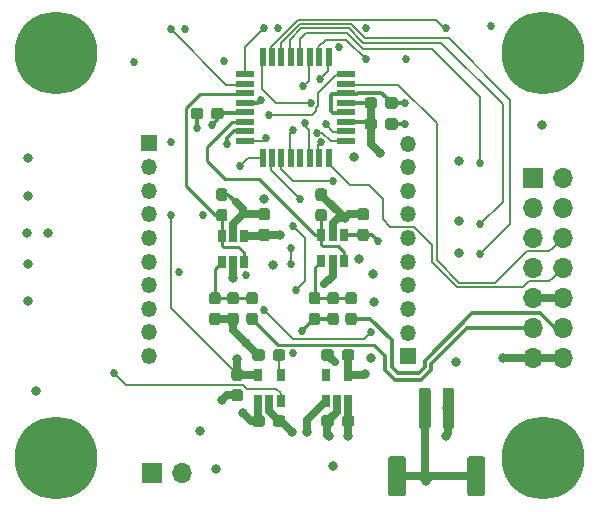
<source format=gbl>
G04 #@! TF.GenerationSoftware,KiCad,Pcbnew,(5.1.4)-1*
G04 #@! TF.CreationDate,2019-10-27T13:28:14-04:00*
G04 #@! TF.ProjectId,wiproc,77697072-6f63-42e6-9b69-6361645f7063,rev?*
G04 #@! TF.SameCoordinates,Original*
G04 #@! TF.FileFunction,Copper,L4,Bot*
G04 #@! TF.FilePolarity,Positive*
%FSLAX46Y46*%
G04 Gerber Fmt 4.6, Leading zero omitted, Abs format (unit mm)*
G04 Created by KiCad (PCBNEW (5.1.4)-1) date 2019-10-27 13:28:14*
%MOMM*%
%LPD*%
G04 APERTURE LIST*
%ADD10R,0.550000X1.600000*%
%ADD11R,1.600000X0.550000*%
%ADD12R,0.650000X1.060000*%
%ADD13C,0.100000*%
%ADD14C,0.950000*%
%ADD15O,1.700000X1.700000*%
%ADD16R,1.700000X1.700000*%
%ADD17C,7.000001*%
%ADD18C,1.500000*%
%ADD19C,1.000000*%
%ADD20O,1.350000X1.350000*%
%ADD21R,1.350000X1.350000*%
%ADD22C,0.838200*%
%ADD23C,0.685800*%
%ADD24C,0.635000*%
%ADD25C,0.304800*%
%ADD26C,0.152400*%
%ADD27C,0.254000*%
G04 APERTURE END LIST*
D10*
X139960000Y-73982000D03*
X139160000Y-73982000D03*
X138360000Y-73982000D03*
X137560000Y-73982000D03*
X136760000Y-73982000D03*
X135960000Y-73982000D03*
X135160000Y-73982000D03*
X134360000Y-73982000D03*
D11*
X132910000Y-75432000D03*
X132910000Y-76232000D03*
X132910000Y-77032000D03*
X132910000Y-77832000D03*
X132910000Y-78632000D03*
X132910000Y-79432000D03*
X132910000Y-80232000D03*
X132910000Y-81032000D03*
D10*
X134360000Y-82482000D03*
X135160000Y-82482000D03*
X135960000Y-82482000D03*
X136760000Y-82482000D03*
X137560000Y-82482000D03*
X138360000Y-82482000D03*
X139160000Y-82482000D03*
X139960000Y-82482000D03*
D11*
X141410000Y-81032000D03*
X141410000Y-80232000D03*
X141410000Y-79432000D03*
X141410000Y-78632000D03*
X141410000Y-77832000D03*
X141410000Y-77032000D03*
X141410000Y-76232000D03*
X141410000Y-75432000D03*
D12*
X131864100Y-89095400D03*
X132814100Y-89095400D03*
X130914100Y-89095400D03*
X130914100Y-91295400D03*
X131864100Y-91295400D03*
X132814100Y-91295400D03*
D13*
G36*
X131172379Y-85088144D02*
G01*
X131195434Y-85091563D01*
X131218043Y-85097227D01*
X131239987Y-85105079D01*
X131261057Y-85115044D01*
X131281048Y-85127026D01*
X131299768Y-85140910D01*
X131317038Y-85156562D01*
X131332690Y-85173832D01*
X131346574Y-85192552D01*
X131358556Y-85212543D01*
X131368521Y-85233613D01*
X131376373Y-85255557D01*
X131382037Y-85278166D01*
X131385456Y-85301221D01*
X131386600Y-85324500D01*
X131386600Y-85899500D01*
X131385456Y-85922779D01*
X131382037Y-85945834D01*
X131376373Y-85968443D01*
X131368521Y-85990387D01*
X131358556Y-86011457D01*
X131346574Y-86031448D01*
X131332690Y-86050168D01*
X131317038Y-86067438D01*
X131299768Y-86083090D01*
X131281048Y-86096974D01*
X131261057Y-86108956D01*
X131239987Y-86118921D01*
X131218043Y-86126773D01*
X131195434Y-86132437D01*
X131172379Y-86135856D01*
X131149100Y-86137000D01*
X130674100Y-86137000D01*
X130650821Y-86135856D01*
X130627766Y-86132437D01*
X130605157Y-86126773D01*
X130583213Y-86118921D01*
X130562143Y-86108956D01*
X130542152Y-86096974D01*
X130523432Y-86083090D01*
X130506162Y-86067438D01*
X130490510Y-86050168D01*
X130476626Y-86031448D01*
X130464644Y-86011457D01*
X130454679Y-85990387D01*
X130446827Y-85968443D01*
X130441163Y-85945834D01*
X130437744Y-85922779D01*
X130436600Y-85899500D01*
X130436600Y-85324500D01*
X130437744Y-85301221D01*
X130441163Y-85278166D01*
X130446827Y-85255557D01*
X130454679Y-85233613D01*
X130464644Y-85212543D01*
X130476626Y-85192552D01*
X130490510Y-85173832D01*
X130506162Y-85156562D01*
X130523432Y-85140910D01*
X130542152Y-85127026D01*
X130562143Y-85115044D01*
X130583213Y-85105079D01*
X130605157Y-85097227D01*
X130627766Y-85091563D01*
X130650821Y-85088144D01*
X130674100Y-85087000D01*
X131149100Y-85087000D01*
X131172379Y-85088144D01*
X131172379Y-85088144D01*
G37*
D14*
X130911600Y-85612000D03*
D13*
G36*
X131172379Y-86838144D02*
G01*
X131195434Y-86841563D01*
X131218043Y-86847227D01*
X131239987Y-86855079D01*
X131261057Y-86865044D01*
X131281048Y-86877026D01*
X131299768Y-86890910D01*
X131317038Y-86906562D01*
X131332690Y-86923832D01*
X131346574Y-86942552D01*
X131358556Y-86962543D01*
X131368521Y-86983613D01*
X131376373Y-87005557D01*
X131382037Y-87028166D01*
X131385456Y-87051221D01*
X131386600Y-87074500D01*
X131386600Y-87649500D01*
X131385456Y-87672779D01*
X131382037Y-87695834D01*
X131376373Y-87718443D01*
X131368521Y-87740387D01*
X131358556Y-87761457D01*
X131346574Y-87781448D01*
X131332690Y-87800168D01*
X131317038Y-87817438D01*
X131299768Y-87833090D01*
X131281048Y-87846974D01*
X131261057Y-87858956D01*
X131239987Y-87868921D01*
X131218043Y-87876773D01*
X131195434Y-87882437D01*
X131172379Y-87885856D01*
X131149100Y-87887000D01*
X130674100Y-87887000D01*
X130650821Y-87885856D01*
X130627766Y-87882437D01*
X130605157Y-87876773D01*
X130583213Y-87868921D01*
X130562143Y-87858956D01*
X130542152Y-87846974D01*
X130523432Y-87833090D01*
X130506162Y-87817438D01*
X130490510Y-87800168D01*
X130476626Y-87781448D01*
X130464644Y-87761457D01*
X130454679Y-87740387D01*
X130446827Y-87718443D01*
X130441163Y-87695834D01*
X130437744Y-87672779D01*
X130436600Y-87649500D01*
X130436600Y-87074500D01*
X130437744Y-87051221D01*
X130441163Y-87028166D01*
X130446827Y-87005557D01*
X130454679Y-86983613D01*
X130464644Y-86962543D01*
X130476626Y-86942552D01*
X130490510Y-86923832D01*
X130506162Y-86906562D01*
X130523432Y-86890910D01*
X130542152Y-86877026D01*
X130562143Y-86865044D01*
X130583213Y-86855079D01*
X130605157Y-86847227D01*
X130627766Y-86841563D01*
X130650821Y-86838144D01*
X130674100Y-86837000D01*
X131149100Y-86837000D01*
X131172379Y-86838144D01*
X131172379Y-86838144D01*
G37*
D14*
X130911600Y-87362000D03*
D13*
G36*
X130588179Y-95601144D02*
G01*
X130611234Y-95604563D01*
X130633843Y-95610227D01*
X130655787Y-95618079D01*
X130676857Y-95628044D01*
X130696848Y-95640026D01*
X130715568Y-95653910D01*
X130732838Y-95669562D01*
X130748490Y-95686832D01*
X130762374Y-95705552D01*
X130774356Y-95725543D01*
X130784321Y-95746613D01*
X130792173Y-95768557D01*
X130797837Y-95791166D01*
X130801256Y-95814221D01*
X130802400Y-95837500D01*
X130802400Y-96412500D01*
X130801256Y-96435779D01*
X130797837Y-96458834D01*
X130792173Y-96481443D01*
X130784321Y-96503387D01*
X130774356Y-96524457D01*
X130762374Y-96544448D01*
X130748490Y-96563168D01*
X130732838Y-96580438D01*
X130715568Y-96596090D01*
X130696848Y-96609974D01*
X130676857Y-96621956D01*
X130655787Y-96631921D01*
X130633843Y-96639773D01*
X130611234Y-96645437D01*
X130588179Y-96648856D01*
X130564900Y-96650000D01*
X130089900Y-96650000D01*
X130066621Y-96648856D01*
X130043566Y-96645437D01*
X130020957Y-96639773D01*
X129999013Y-96631921D01*
X129977943Y-96621956D01*
X129957952Y-96609974D01*
X129939232Y-96596090D01*
X129921962Y-96580438D01*
X129906310Y-96563168D01*
X129892426Y-96544448D01*
X129880444Y-96524457D01*
X129870479Y-96503387D01*
X129862627Y-96481443D01*
X129856963Y-96458834D01*
X129853544Y-96435779D01*
X129852400Y-96412500D01*
X129852400Y-95837500D01*
X129853544Y-95814221D01*
X129856963Y-95791166D01*
X129862627Y-95768557D01*
X129870479Y-95746613D01*
X129880444Y-95725543D01*
X129892426Y-95705552D01*
X129906310Y-95686832D01*
X129921962Y-95669562D01*
X129939232Y-95653910D01*
X129957952Y-95640026D01*
X129977943Y-95628044D01*
X129999013Y-95618079D01*
X130020957Y-95610227D01*
X130043566Y-95604563D01*
X130066621Y-95601144D01*
X130089900Y-95600000D01*
X130564900Y-95600000D01*
X130588179Y-95601144D01*
X130588179Y-95601144D01*
G37*
D14*
X130327400Y-96125000D03*
D13*
G36*
X130588179Y-93851144D02*
G01*
X130611234Y-93854563D01*
X130633843Y-93860227D01*
X130655787Y-93868079D01*
X130676857Y-93878044D01*
X130696848Y-93890026D01*
X130715568Y-93903910D01*
X130732838Y-93919562D01*
X130748490Y-93936832D01*
X130762374Y-93955552D01*
X130774356Y-93975543D01*
X130784321Y-93996613D01*
X130792173Y-94018557D01*
X130797837Y-94041166D01*
X130801256Y-94064221D01*
X130802400Y-94087500D01*
X130802400Y-94662500D01*
X130801256Y-94685779D01*
X130797837Y-94708834D01*
X130792173Y-94731443D01*
X130784321Y-94753387D01*
X130774356Y-94774457D01*
X130762374Y-94794448D01*
X130748490Y-94813168D01*
X130732838Y-94830438D01*
X130715568Y-94846090D01*
X130696848Y-94859974D01*
X130676857Y-94871956D01*
X130655787Y-94881921D01*
X130633843Y-94889773D01*
X130611234Y-94895437D01*
X130588179Y-94898856D01*
X130564900Y-94900000D01*
X130089900Y-94900000D01*
X130066621Y-94898856D01*
X130043566Y-94895437D01*
X130020957Y-94889773D01*
X129999013Y-94881921D01*
X129977943Y-94871956D01*
X129957952Y-94859974D01*
X129939232Y-94846090D01*
X129921962Y-94830438D01*
X129906310Y-94813168D01*
X129892426Y-94794448D01*
X129880444Y-94774457D01*
X129870479Y-94753387D01*
X129862627Y-94731443D01*
X129856963Y-94708834D01*
X129853544Y-94685779D01*
X129852400Y-94662500D01*
X129852400Y-94087500D01*
X129853544Y-94064221D01*
X129856963Y-94041166D01*
X129862627Y-94018557D01*
X129870479Y-93996613D01*
X129880444Y-93975543D01*
X129892426Y-93955552D01*
X129906310Y-93936832D01*
X129921962Y-93919562D01*
X129939232Y-93903910D01*
X129957952Y-93890026D01*
X129977943Y-93878044D01*
X129999013Y-93868079D01*
X130020957Y-93860227D01*
X130043566Y-93854563D01*
X130066621Y-93851144D01*
X130089900Y-93850000D01*
X130564900Y-93850000D01*
X130588179Y-93851144D01*
X130588179Y-93851144D01*
G37*
D14*
X130327400Y-94375000D03*
D13*
G36*
X142119779Y-93851144D02*
G01*
X142142834Y-93854563D01*
X142165443Y-93860227D01*
X142187387Y-93868079D01*
X142208457Y-93878044D01*
X142228448Y-93890026D01*
X142247168Y-93903910D01*
X142264438Y-93919562D01*
X142280090Y-93936832D01*
X142293974Y-93955552D01*
X142305956Y-93975543D01*
X142315921Y-93996613D01*
X142323773Y-94018557D01*
X142329437Y-94041166D01*
X142332856Y-94064221D01*
X142334000Y-94087500D01*
X142334000Y-94662500D01*
X142332856Y-94685779D01*
X142329437Y-94708834D01*
X142323773Y-94731443D01*
X142315921Y-94753387D01*
X142305956Y-94774457D01*
X142293974Y-94794448D01*
X142280090Y-94813168D01*
X142264438Y-94830438D01*
X142247168Y-94846090D01*
X142228448Y-94859974D01*
X142208457Y-94871956D01*
X142187387Y-94881921D01*
X142165443Y-94889773D01*
X142142834Y-94895437D01*
X142119779Y-94898856D01*
X142096500Y-94900000D01*
X141621500Y-94900000D01*
X141598221Y-94898856D01*
X141575166Y-94895437D01*
X141552557Y-94889773D01*
X141530613Y-94881921D01*
X141509543Y-94871956D01*
X141489552Y-94859974D01*
X141470832Y-94846090D01*
X141453562Y-94830438D01*
X141437910Y-94813168D01*
X141424026Y-94794448D01*
X141412044Y-94774457D01*
X141402079Y-94753387D01*
X141394227Y-94731443D01*
X141388563Y-94708834D01*
X141385144Y-94685779D01*
X141384000Y-94662500D01*
X141384000Y-94087500D01*
X141385144Y-94064221D01*
X141388563Y-94041166D01*
X141394227Y-94018557D01*
X141402079Y-93996613D01*
X141412044Y-93975543D01*
X141424026Y-93955552D01*
X141437910Y-93936832D01*
X141453562Y-93919562D01*
X141470832Y-93903910D01*
X141489552Y-93890026D01*
X141509543Y-93878044D01*
X141530613Y-93868079D01*
X141552557Y-93860227D01*
X141575166Y-93854563D01*
X141598221Y-93851144D01*
X141621500Y-93850000D01*
X142096500Y-93850000D01*
X142119779Y-93851144D01*
X142119779Y-93851144D01*
G37*
D14*
X141859000Y-94375000D03*
D13*
G36*
X142119779Y-95601144D02*
G01*
X142142834Y-95604563D01*
X142165443Y-95610227D01*
X142187387Y-95618079D01*
X142208457Y-95628044D01*
X142228448Y-95640026D01*
X142247168Y-95653910D01*
X142264438Y-95669562D01*
X142280090Y-95686832D01*
X142293974Y-95705552D01*
X142305956Y-95725543D01*
X142315921Y-95746613D01*
X142323773Y-95768557D01*
X142329437Y-95791166D01*
X142332856Y-95814221D01*
X142334000Y-95837500D01*
X142334000Y-96412500D01*
X142332856Y-96435779D01*
X142329437Y-96458834D01*
X142323773Y-96481443D01*
X142315921Y-96503387D01*
X142305956Y-96524457D01*
X142293974Y-96544448D01*
X142280090Y-96563168D01*
X142264438Y-96580438D01*
X142247168Y-96596090D01*
X142228448Y-96609974D01*
X142208457Y-96621956D01*
X142187387Y-96631921D01*
X142165443Y-96639773D01*
X142142834Y-96645437D01*
X142119779Y-96648856D01*
X142096500Y-96650000D01*
X141621500Y-96650000D01*
X141598221Y-96648856D01*
X141575166Y-96645437D01*
X141552557Y-96639773D01*
X141530613Y-96631921D01*
X141509543Y-96621956D01*
X141489552Y-96609974D01*
X141470832Y-96596090D01*
X141453562Y-96580438D01*
X141437910Y-96563168D01*
X141424026Y-96544448D01*
X141412044Y-96524457D01*
X141402079Y-96503387D01*
X141394227Y-96481443D01*
X141388563Y-96458834D01*
X141385144Y-96435779D01*
X141384000Y-96412500D01*
X141384000Y-95837500D01*
X141385144Y-95814221D01*
X141388563Y-95791166D01*
X141394227Y-95768557D01*
X141402079Y-95746613D01*
X141412044Y-95725543D01*
X141424026Y-95705552D01*
X141437910Y-95686832D01*
X141453562Y-95669562D01*
X141470832Y-95653910D01*
X141489552Y-95640026D01*
X141509543Y-95628044D01*
X141530613Y-95618079D01*
X141552557Y-95610227D01*
X141575166Y-95604563D01*
X141598221Y-95601144D01*
X141621500Y-95600000D01*
X142096500Y-95600000D01*
X142119779Y-95601144D01*
X142119779Y-95601144D01*
G37*
D14*
X141859000Y-96125000D03*
D13*
G36*
X132124879Y-95601144D02*
G01*
X132147934Y-95604563D01*
X132170543Y-95610227D01*
X132192487Y-95618079D01*
X132213557Y-95628044D01*
X132233548Y-95640026D01*
X132252268Y-95653910D01*
X132269538Y-95669562D01*
X132285190Y-95686832D01*
X132299074Y-95705552D01*
X132311056Y-95725543D01*
X132321021Y-95746613D01*
X132328873Y-95768557D01*
X132334537Y-95791166D01*
X132337956Y-95814221D01*
X132339100Y-95837500D01*
X132339100Y-96412500D01*
X132337956Y-96435779D01*
X132334537Y-96458834D01*
X132328873Y-96481443D01*
X132321021Y-96503387D01*
X132311056Y-96524457D01*
X132299074Y-96544448D01*
X132285190Y-96563168D01*
X132269538Y-96580438D01*
X132252268Y-96596090D01*
X132233548Y-96609974D01*
X132213557Y-96621956D01*
X132192487Y-96631921D01*
X132170543Y-96639773D01*
X132147934Y-96645437D01*
X132124879Y-96648856D01*
X132101600Y-96650000D01*
X131626600Y-96650000D01*
X131603321Y-96648856D01*
X131580266Y-96645437D01*
X131557657Y-96639773D01*
X131535713Y-96631921D01*
X131514643Y-96621956D01*
X131494652Y-96609974D01*
X131475932Y-96596090D01*
X131458662Y-96580438D01*
X131443010Y-96563168D01*
X131429126Y-96544448D01*
X131417144Y-96524457D01*
X131407179Y-96503387D01*
X131399327Y-96481443D01*
X131393663Y-96458834D01*
X131390244Y-96435779D01*
X131389100Y-96412500D01*
X131389100Y-95837500D01*
X131390244Y-95814221D01*
X131393663Y-95791166D01*
X131399327Y-95768557D01*
X131407179Y-95746613D01*
X131417144Y-95725543D01*
X131429126Y-95705552D01*
X131443010Y-95686832D01*
X131458662Y-95669562D01*
X131475932Y-95653910D01*
X131494652Y-95640026D01*
X131514643Y-95628044D01*
X131535713Y-95618079D01*
X131557657Y-95610227D01*
X131580266Y-95604563D01*
X131603321Y-95601144D01*
X131626600Y-95600000D01*
X132101600Y-95600000D01*
X132124879Y-95601144D01*
X132124879Y-95601144D01*
G37*
D14*
X131864100Y-96125000D03*
D13*
G36*
X132124879Y-93851144D02*
G01*
X132147934Y-93854563D01*
X132170543Y-93860227D01*
X132192487Y-93868079D01*
X132213557Y-93878044D01*
X132233548Y-93890026D01*
X132252268Y-93903910D01*
X132269538Y-93919562D01*
X132285190Y-93936832D01*
X132299074Y-93955552D01*
X132311056Y-93975543D01*
X132321021Y-93996613D01*
X132328873Y-94018557D01*
X132334537Y-94041166D01*
X132337956Y-94064221D01*
X132339100Y-94087500D01*
X132339100Y-94662500D01*
X132337956Y-94685779D01*
X132334537Y-94708834D01*
X132328873Y-94731443D01*
X132321021Y-94753387D01*
X132311056Y-94774457D01*
X132299074Y-94794448D01*
X132285190Y-94813168D01*
X132269538Y-94830438D01*
X132252268Y-94846090D01*
X132233548Y-94859974D01*
X132213557Y-94871956D01*
X132192487Y-94881921D01*
X132170543Y-94889773D01*
X132147934Y-94895437D01*
X132124879Y-94898856D01*
X132101600Y-94900000D01*
X131626600Y-94900000D01*
X131603321Y-94898856D01*
X131580266Y-94895437D01*
X131557657Y-94889773D01*
X131535713Y-94881921D01*
X131514643Y-94871956D01*
X131494652Y-94859974D01*
X131475932Y-94846090D01*
X131458662Y-94830438D01*
X131443010Y-94813168D01*
X131429126Y-94794448D01*
X131417144Y-94774457D01*
X131407179Y-94753387D01*
X131399327Y-94731443D01*
X131393663Y-94708834D01*
X131390244Y-94685779D01*
X131389100Y-94662500D01*
X131389100Y-94087500D01*
X131390244Y-94064221D01*
X131393663Y-94041166D01*
X131399327Y-94018557D01*
X131407179Y-93996613D01*
X131417144Y-93975543D01*
X131429126Y-93955552D01*
X131443010Y-93936832D01*
X131458662Y-93919562D01*
X131475932Y-93903910D01*
X131494652Y-93890026D01*
X131514643Y-93878044D01*
X131535713Y-93868079D01*
X131557657Y-93860227D01*
X131580266Y-93854563D01*
X131603321Y-93851144D01*
X131626600Y-93850000D01*
X132101600Y-93850000D01*
X132124879Y-93851144D01*
X132124879Y-93851144D01*
G37*
D14*
X131864100Y-94375000D03*
D13*
G36*
X134753779Y-86739144D02*
G01*
X134776834Y-86742563D01*
X134799443Y-86748227D01*
X134821387Y-86756079D01*
X134842457Y-86766044D01*
X134862448Y-86778026D01*
X134881168Y-86791910D01*
X134898438Y-86807562D01*
X134914090Y-86824832D01*
X134927974Y-86843552D01*
X134939956Y-86863543D01*
X134949921Y-86884613D01*
X134957773Y-86906557D01*
X134963437Y-86929166D01*
X134966856Y-86952221D01*
X134968000Y-86975500D01*
X134968000Y-87550500D01*
X134966856Y-87573779D01*
X134963437Y-87596834D01*
X134957773Y-87619443D01*
X134949921Y-87641387D01*
X134939956Y-87662457D01*
X134927974Y-87682448D01*
X134914090Y-87701168D01*
X134898438Y-87718438D01*
X134881168Y-87734090D01*
X134862448Y-87747974D01*
X134842457Y-87759956D01*
X134821387Y-87769921D01*
X134799443Y-87777773D01*
X134776834Y-87783437D01*
X134753779Y-87786856D01*
X134730500Y-87788000D01*
X134255500Y-87788000D01*
X134232221Y-87786856D01*
X134209166Y-87783437D01*
X134186557Y-87777773D01*
X134164613Y-87769921D01*
X134143543Y-87759956D01*
X134123552Y-87747974D01*
X134104832Y-87734090D01*
X134087562Y-87718438D01*
X134071910Y-87701168D01*
X134058026Y-87682448D01*
X134046044Y-87662457D01*
X134036079Y-87641387D01*
X134028227Y-87619443D01*
X134022563Y-87596834D01*
X134019144Y-87573779D01*
X134018000Y-87550500D01*
X134018000Y-86975500D01*
X134019144Y-86952221D01*
X134022563Y-86929166D01*
X134028227Y-86906557D01*
X134036079Y-86884613D01*
X134046044Y-86863543D01*
X134058026Y-86843552D01*
X134071910Y-86824832D01*
X134087562Y-86807562D01*
X134104832Y-86791910D01*
X134123552Y-86778026D01*
X134143543Y-86766044D01*
X134164613Y-86756079D01*
X134186557Y-86748227D01*
X134209166Y-86742563D01*
X134232221Y-86739144D01*
X134255500Y-86738000D01*
X134730500Y-86738000D01*
X134753779Y-86739144D01*
X134753779Y-86739144D01*
G37*
D14*
X134493000Y-87263000D03*
D13*
G36*
X134753779Y-88489144D02*
G01*
X134776834Y-88492563D01*
X134799443Y-88498227D01*
X134821387Y-88506079D01*
X134842457Y-88516044D01*
X134862448Y-88528026D01*
X134881168Y-88541910D01*
X134898438Y-88557562D01*
X134914090Y-88574832D01*
X134927974Y-88593552D01*
X134939956Y-88613543D01*
X134949921Y-88634613D01*
X134957773Y-88656557D01*
X134963437Y-88679166D01*
X134966856Y-88702221D01*
X134968000Y-88725500D01*
X134968000Y-89300500D01*
X134966856Y-89323779D01*
X134963437Y-89346834D01*
X134957773Y-89369443D01*
X134949921Y-89391387D01*
X134939956Y-89412457D01*
X134927974Y-89432448D01*
X134914090Y-89451168D01*
X134898438Y-89468438D01*
X134881168Y-89484090D01*
X134862448Y-89497974D01*
X134842457Y-89509956D01*
X134821387Y-89519921D01*
X134799443Y-89527773D01*
X134776834Y-89533437D01*
X134753779Y-89536856D01*
X134730500Y-89538000D01*
X134255500Y-89538000D01*
X134232221Y-89536856D01*
X134209166Y-89533437D01*
X134186557Y-89527773D01*
X134164613Y-89519921D01*
X134143543Y-89509956D01*
X134123552Y-89497974D01*
X134104832Y-89484090D01*
X134087562Y-89468438D01*
X134071910Y-89451168D01*
X134058026Y-89432448D01*
X134046044Y-89412457D01*
X134036079Y-89391387D01*
X134028227Y-89369443D01*
X134022563Y-89346834D01*
X134019144Y-89323779D01*
X134018000Y-89300500D01*
X134018000Y-88725500D01*
X134019144Y-88702221D01*
X134022563Y-88679166D01*
X134028227Y-88656557D01*
X134036079Y-88634613D01*
X134046044Y-88613543D01*
X134058026Y-88593552D01*
X134071910Y-88574832D01*
X134087562Y-88557562D01*
X134104832Y-88541910D01*
X134123552Y-88528026D01*
X134143543Y-88516044D01*
X134164613Y-88506079D01*
X134186557Y-88498227D01*
X134209166Y-88492563D01*
X134232221Y-88489144D01*
X134255500Y-88488000D01*
X134730500Y-88488000D01*
X134753779Y-88489144D01*
X134753779Y-88489144D01*
G37*
D14*
X134493000Y-89013000D03*
D15*
X159766000Y-99441000D03*
X157226000Y-99441000D03*
X159766000Y-96901000D03*
X157226000Y-96901000D03*
X159766000Y-94361000D03*
X157226000Y-94361000D03*
X159766000Y-91821000D03*
X157226000Y-91821000D03*
X159766000Y-89281000D03*
X157226000Y-89281000D03*
X159766000Y-86741000D03*
X157226000Y-86741000D03*
X159766000Y-84201000D03*
D16*
X157226000Y-84201000D03*
D17*
X158115000Y-73660000D03*
X158115000Y-107950000D03*
X116840000Y-107950000D03*
X116840000Y-73660000D03*
D13*
G36*
X146272053Y-107754206D02*
G01*
X146296370Y-107757813D01*
X146320216Y-107763786D01*
X146343362Y-107772068D01*
X146365585Y-107782579D01*
X146386670Y-107795217D01*
X146406416Y-107809861D01*
X146424630Y-107826370D01*
X146441139Y-107844584D01*
X146455783Y-107864330D01*
X146468421Y-107885415D01*
X146478932Y-107907638D01*
X146487214Y-107930784D01*
X146493187Y-107954630D01*
X146496794Y-107978947D01*
X146498000Y-108003500D01*
X146498000Y-110902500D01*
X146496794Y-110927053D01*
X146493187Y-110951370D01*
X146487214Y-110975216D01*
X146478932Y-110998362D01*
X146468421Y-111020585D01*
X146455783Y-111041670D01*
X146441139Y-111061416D01*
X146424630Y-111079630D01*
X146406416Y-111096139D01*
X146386670Y-111110783D01*
X146365585Y-111123421D01*
X146343362Y-111133932D01*
X146320216Y-111142214D01*
X146296370Y-111148187D01*
X146272053Y-111151794D01*
X146247500Y-111153000D01*
X145248500Y-111153000D01*
X145223947Y-111151794D01*
X145199630Y-111148187D01*
X145175784Y-111142214D01*
X145152638Y-111133932D01*
X145130415Y-111123421D01*
X145109330Y-111110783D01*
X145089584Y-111096139D01*
X145071370Y-111079630D01*
X145054861Y-111061416D01*
X145040217Y-111041670D01*
X145027579Y-111020585D01*
X145017068Y-110998362D01*
X145008786Y-110975216D01*
X145002813Y-110951370D01*
X144999206Y-110927053D01*
X144998000Y-110902500D01*
X144998000Y-108003500D01*
X144999206Y-107978947D01*
X145002813Y-107954630D01*
X145008786Y-107930784D01*
X145017068Y-107907638D01*
X145027579Y-107885415D01*
X145040217Y-107864330D01*
X145054861Y-107844584D01*
X145071370Y-107826370D01*
X145089584Y-107809861D01*
X145109330Y-107795217D01*
X145130415Y-107782579D01*
X145152638Y-107772068D01*
X145175784Y-107763786D01*
X145199630Y-107757813D01*
X145223947Y-107754206D01*
X145248500Y-107753000D01*
X146247500Y-107753000D01*
X146272053Y-107754206D01*
X146272053Y-107754206D01*
G37*
D18*
X145748000Y-109453000D03*
D13*
G36*
X152972053Y-107754206D02*
G01*
X152996370Y-107757813D01*
X153020216Y-107763786D01*
X153043362Y-107772068D01*
X153065585Y-107782579D01*
X153086670Y-107795217D01*
X153106416Y-107809861D01*
X153124630Y-107826370D01*
X153141139Y-107844584D01*
X153155783Y-107864330D01*
X153168421Y-107885415D01*
X153178932Y-107907638D01*
X153187214Y-107930784D01*
X153193187Y-107954630D01*
X153196794Y-107978947D01*
X153198000Y-108003500D01*
X153198000Y-110902500D01*
X153196794Y-110927053D01*
X153193187Y-110951370D01*
X153187214Y-110975216D01*
X153178932Y-110998362D01*
X153168421Y-111020585D01*
X153155783Y-111041670D01*
X153141139Y-111061416D01*
X153124630Y-111079630D01*
X153106416Y-111096139D01*
X153086670Y-111110783D01*
X153065585Y-111123421D01*
X153043362Y-111133932D01*
X153020216Y-111142214D01*
X152996370Y-111148187D01*
X152972053Y-111151794D01*
X152947500Y-111153000D01*
X151948500Y-111153000D01*
X151923947Y-111151794D01*
X151899630Y-111148187D01*
X151875784Y-111142214D01*
X151852638Y-111133932D01*
X151830415Y-111123421D01*
X151809330Y-111110783D01*
X151789584Y-111096139D01*
X151771370Y-111079630D01*
X151754861Y-111061416D01*
X151740217Y-111041670D01*
X151727579Y-111020585D01*
X151717068Y-110998362D01*
X151708786Y-110975216D01*
X151702813Y-110951370D01*
X151699206Y-110927053D01*
X151698000Y-110902500D01*
X151698000Y-108003500D01*
X151699206Y-107978947D01*
X151702813Y-107954630D01*
X151708786Y-107930784D01*
X151717068Y-107907638D01*
X151727579Y-107885415D01*
X151740217Y-107864330D01*
X151754861Y-107844584D01*
X151771370Y-107826370D01*
X151789584Y-107809861D01*
X151809330Y-107795217D01*
X151830415Y-107782579D01*
X151852638Y-107772068D01*
X151875784Y-107763786D01*
X151899630Y-107757813D01*
X151923947Y-107754206D01*
X151948500Y-107753000D01*
X152947500Y-107753000D01*
X152972053Y-107754206D01*
X152972053Y-107754206D01*
G37*
D18*
X152448000Y-109453000D03*
D13*
G36*
X148372504Y-101954204D02*
G01*
X148396773Y-101957804D01*
X148420571Y-101963765D01*
X148443671Y-101972030D01*
X148465849Y-101982520D01*
X148486893Y-101995133D01*
X148506598Y-102009747D01*
X148524777Y-102026223D01*
X148541253Y-102044402D01*
X148555867Y-102064107D01*
X148568480Y-102085151D01*
X148578970Y-102107329D01*
X148587235Y-102130429D01*
X148593196Y-102154227D01*
X148596796Y-102178496D01*
X148598000Y-102203000D01*
X148598000Y-105203000D01*
X148596796Y-105227504D01*
X148593196Y-105251773D01*
X148587235Y-105275571D01*
X148578970Y-105298671D01*
X148568480Y-105320849D01*
X148555867Y-105341893D01*
X148541253Y-105361598D01*
X148524777Y-105379777D01*
X148506598Y-105396253D01*
X148486893Y-105410867D01*
X148465849Y-105423480D01*
X148443671Y-105433970D01*
X148420571Y-105442235D01*
X148396773Y-105448196D01*
X148372504Y-105451796D01*
X148348000Y-105453000D01*
X147848000Y-105453000D01*
X147823496Y-105451796D01*
X147799227Y-105448196D01*
X147775429Y-105442235D01*
X147752329Y-105433970D01*
X147730151Y-105423480D01*
X147709107Y-105410867D01*
X147689402Y-105396253D01*
X147671223Y-105379777D01*
X147654747Y-105361598D01*
X147640133Y-105341893D01*
X147627520Y-105320849D01*
X147617030Y-105298671D01*
X147608765Y-105275571D01*
X147602804Y-105251773D01*
X147599204Y-105227504D01*
X147598000Y-105203000D01*
X147598000Y-102203000D01*
X147599204Y-102178496D01*
X147602804Y-102154227D01*
X147608765Y-102130429D01*
X147617030Y-102107329D01*
X147627520Y-102085151D01*
X147640133Y-102064107D01*
X147654747Y-102044402D01*
X147671223Y-102026223D01*
X147689402Y-102009747D01*
X147709107Y-101995133D01*
X147730151Y-101982520D01*
X147752329Y-101972030D01*
X147775429Y-101963765D01*
X147799227Y-101957804D01*
X147823496Y-101954204D01*
X147848000Y-101953000D01*
X148348000Y-101953000D01*
X148372504Y-101954204D01*
X148372504Y-101954204D01*
G37*
D19*
X148098000Y-103703000D03*
D13*
G36*
X150372504Y-101954204D02*
G01*
X150396773Y-101957804D01*
X150420571Y-101963765D01*
X150443671Y-101972030D01*
X150465849Y-101982520D01*
X150486893Y-101995133D01*
X150506598Y-102009747D01*
X150524777Y-102026223D01*
X150541253Y-102044402D01*
X150555867Y-102064107D01*
X150568480Y-102085151D01*
X150578970Y-102107329D01*
X150587235Y-102130429D01*
X150593196Y-102154227D01*
X150596796Y-102178496D01*
X150598000Y-102203000D01*
X150598000Y-105203000D01*
X150596796Y-105227504D01*
X150593196Y-105251773D01*
X150587235Y-105275571D01*
X150578970Y-105298671D01*
X150568480Y-105320849D01*
X150555867Y-105341893D01*
X150541253Y-105361598D01*
X150524777Y-105379777D01*
X150506598Y-105396253D01*
X150486893Y-105410867D01*
X150465849Y-105423480D01*
X150443671Y-105433970D01*
X150420571Y-105442235D01*
X150396773Y-105448196D01*
X150372504Y-105451796D01*
X150348000Y-105453000D01*
X149848000Y-105453000D01*
X149823496Y-105451796D01*
X149799227Y-105448196D01*
X149775429Y-105442235D01*
X149752329Y-105433970D01*
X149730151Y-105423480D01*
X149709107Y-105410867D01*
X149689402Y-105396253D01*
X149671223Y-105379777D01*
X149654747Y-105361598D01*
X149640133Y-105341893D01*
X149627520Y-105320849D01*
X149617030Y-105298671D01*
X149608765Y-105275571D01*
X149602804Y-105251773D01*
X149599204Y-105227504D01*
X149598000Y-105203000D01*
X149598000Y-102203000D01*
X149599204Y-102178496D01*
X149602804Y-102154227D01*
X149608765Y-102130429D01*
X149617030Y-102107329D01*
X149627520Y-102085151D01*
X149640133Y-102064107D01*
X149654747Y-102044402D01*
X149671223Y-102026223D01*
X149689402Y-102009747D01*
X149709107Y-101995133D01*
X149730151Y-101982520D01*
X149752329Y-101972030D01*
X149775429Y-101963765D01*
X149799227Y-101957804D01*
X149823496Y-101954204D01*
X149848000Y-101953000D01*
X150348000Y-101953000D01*
X150372504Y-101954204D01*
X150372504Y-101954204D01*
G37*
D19*
X150098000Y-103703000D03*
D20*
X146710400Y-81288600D03*
X146710400Y-83288600D03*
X146710400Y-85288600D03*
X146710400Y-87288600D03*
X146710400Y-89288600D03*
X146710400Y-91288600D03*
X146710400Y-93288600D03*
X146710400Y-95288600D03*
X146710400Y-97288600D03*
D21*
X146710400Y-99288600D03*
D20*
X124714000Y-99280000D03*
X124714000Y-97280000D03*
X124714000Y-95280000D03*
X124714000Y-93280000D03*
X124714000Y-91280000D03*
X124714000Y-89280000D03*
X124714000Y-87280000D03*
X124714000Y-85280000D03*
X124714000Y-83280000D03*
D21*
X124714000Y-81280000D03*
D12*
X140296900Y-89070000D03*
X141246900Y-89070000D03*
X139346900Y-89070000D03*
X139346900Y-91270000D03*
X140296900Y-91270000D03*
X141246900Y-91270000D03*
X135890000Y-100924000D03*
X133990000Y-100924000D03*
X133990000Y-103124000D03*
X134940000Y-103124000D03*
X135890000Y-103124000D03*
X141600000Y-100881000D03*
X139700000Y-100881000D03*
X139700000Y-103081000D03*
X140650000Y-103081000D03*
X141600000Y-103081000D03*
D13*
G36*
X133737779Y-93851144D02*
G01*
X133760834Y-93854563D01*
X133783443Y-93860227D01*
X133805387Y-93868079D01*
X133826457Y-93878044D01*
X133846448Y-93890026D01*
X133865168Y-93903910D01*
X133882438Y-93919562D01*
X133898090Y-93936832D01*
X133911974Y-93955552D01*
X133923956Y-93975543D01*
X133933921Y-93996613D01*
X133941773Y-94018557D01*
X133947437Y-94041166D01*
X133950856Y-94064221D01*
X133952000Y-94087500D01*
X133952000Y-94662500D01*
X133950856Y-94685779D01*
X133947437Y-94708834D01*
X133941773Y-94731443D01*
X133933921Y-94753387D01*
X133923956Y-94774457D01*
X133911974Y-94794448D01*
X133898090Y-94813168D01*
X133882438Y-94830438D01*
X133865168Y-94846090D01*
X133846448Y-94859974D01*
X133826457Y-94871956D01*
X133805387Y-94881921D01*
X133783443Y-94889773D01*
X133760834Y-94895437D01*
X133737779Y-94898856D01*
X133714500Y-94900000D01*
X133239500Y-94900000D01*
X133216221Y-94898856D01*
X133193166Y-94895437D01*
X133170557Y-94889773D01*
X133148613Y-94881921D01*
X133127543Y-94871956D01*
X133107552Y-94859974D01*
X133088832Y-94846090D01*
X133071562Y-94830438D01*
X133055910Y-94813168D01*
X133042026Y-94794448D01*
X133030044Y-94774457D01*
X133020079Y-94753387D01*
X133012227Y-94731443D01*
X133006563Y-94708834D01*
X133003144Y-94685779D01*
X133002000Y-94662500D01*
X133002000Y-94087500D01*
X133003144Y-94064221D01*
X133006563Y-94041166D01*
X133012227Y-94018557D01*
X133020079Y-93996613D01*
X133030044Y-93975543D01*
X133042026Y-93955552D01*
X133055910Y-93936832D01*
X133071562Y-93919562D01*
X133088832Y-93903910D01*
X133107552Y-93890026D01*
X133127543Y-93878044D01*
X133148613Y-93868079D01*
X133170557Y-93860227D01*
X133193166Y-93854563D01*
X133216221Y-93851144D01*
X133239500Y-93850000D01*
X133714500Y-93850000D01*
X133737779Y-93851144D01*
X133737779Y-93851144D01*
G37*
D14*
X133477000Y-94375000D03*
D13*
G36*
X133737779Y-95601144D02*
G01*
X133760834Y-95604563D01*
X133783443Y-95610227D01*
X133805387Y-95618079D01*
X133826457Y-95628044D01*
X133846448Y-95640026D01*
X133865168Y-95653910D01*
X133882438Y-95669562D01*
X133898090Y-95686832D01*
X133911974Y-95705552D01*
X133923956Y-95725543D01*
X133933921Y-95746613D01*
X133941773Y-95768557D01*
X133947437Y-95791166D01*
X133950856Y-95814221D01*
X133952000Y-95837500D01*
X133952000Y-96412500D01*
X133950856Y-96435779D01*
X133947437Y-96458834D01*
X133941773Y-96481443D01*
X133933921Y-96503387D01*
X133923956Y-96524457D01*
X133911974Y-96544448D01*
X133898090Y-96563168D01*
X133882438Y-96580438D01*
X133865168Y-96596090D01*
X133846448Y-96609974D01*
X133826457Y-96621956D01*
X133805387Y-96631921D01*
X133783443Y-96639773D01*
X133760834Y-96645437D01*
X133737779Y-96648856D01*
X133714500Y-96650000D01*
X133239500Y-96650000D01*
X133216221Y-96648856D01*
X133193166Y-96645437D01*
X133170557Y-96639773D01*
X133148613Y-96631921D01*
X133127543Y-96621956D01*
X133107552Y-96609974D01*
X133088832Y-96596090D01*
X133071562Y-96580438D01*
X133055910Y-96563168D01*
X133042026Y-96544448D01*
X133030044Y-96524457D01*
X133020079Y-96503387D01*
X133012227Y-96481443D01*
X133006563Y-96458834D01*
X133003144Y-96435779D01*
X133002000Y-96412500D01*
X133002000Y-95837500D01*
X133003144Y-95814221D01*
X133006563Y-95791166D01*
X133012227Y-95768557D01*
X133020079Y-95746613D01*
X133030044Y-95725543D01*
X133042026Y-95705552D01*
X133055910Y-95686832D01*
X133071562Y-95669562D01*
X133088832Y-95653910D01*
X133107552Y-95640026D01*
X133127543Y-95628044D01*
X133148613Y-95618079D01*
X133170557Y-95610227D01*
X133193166Y-95604563D01*
X133216221Y-95601144D01*
X133239500Y-95600000D01*
X133714500Y-95600000D01*
X133737779Y-95601144D01*
X133737779Y-95601144D01*
G37*
D14*
X133477000Y-96125000D03*
D13*
G36*
X140595779Y-95601144D02*
G01*
X140618834Y-95604563D01*
X140641443Y-95610227D01*
X140663387Y-95618079D01*
X140684457Y-95628044D01*
X140704448Y-95640026D01*
X140723168Y-95653910D01*
X140740438Y-95669562D01*
X140756090Y-95686832D01*
X140769974Y-95705552D01*
X140781956Y-95725543D01*
X140791921Y-95746613D01*
X140799773Y-95768557D01*
X140805437Y-95791166D01*
X140808856Y-95814221D01*
X140810000Y-95837500D01*
X140810000Y-96412500D01*
X140808856Y-96435779D01*
X140805437Y-96458834D01*
X140799773Y-96481443D01*
X140791921Y-96503387D01*
X140781956Y-96524457D01*
X140769974Y-96544448D01*
X140756090Y-96563168D01*
X140740438Y-96580438D01*
X140723168Y-96596090D01*
X140704448Y-96609974D01*
X140684457Y-96621956D01*
X140663387Y-96631921D01*
X140641443Y-96639773D01*
X140618834Y-96645437D01*
X140595779Y-96648856D01*
X140572500Y-96650000D01*
X140097500Y-96650000D01*
X140074221Y-96648856D01*
X140051166Y-96645437D01*
X140028557Y-96639773D01*
X140006613Y-96631921D01*
X139985543Y-96621956D01*
X139965552Y-96609974D01*
X139946832Y-96596090D01*
X139929562Y-96580438D01*
X139913910Y-96563168D01*
X139900026Y-96544448D01*
X139888044Y-96524457D01*
X139878079Y-96503387D01*
X139870227Y-96481443D01*
X139864563Y-96458834D01*
X139861144Y-96435779D01*
X139860000Y-96412500D01*
X139860000Y-95837500D01*
X139861144Y-95814221D01*
X139864563Y-95791166D01*
X139870227Y-95768557D01*
X139878079Y-95746613D01*
X139888044Y-95725543D01*
X139900026Y-95705552D01*
X139913910Y-95686832D01*
X139929562Y-95669562D01*
X139946832Y-95653910D01*
X139965552Y-95640026D01*
X139985543Y-95628044D01*
X140006613Y-95618079D01*
X140028557Y-95610227D01*
X140051166Y-95604563D01*
X140074221Y-95601144D01*
X140097500Y-95600000D01*
X140572500Y-95600000D01*
X140595779Y-95601144D01*
X140595779Y-95601144D01*
G37*
D14*
X140335000Y-96125000D03*
D13*
G36*
X140595779Y-93851144D02*
G01*
X140618834Y-93854563D01*
X140641443Y-93860227D01*
X140663387Y-93868079D01*
X140684457Y-93878044D01*
X140704448Y-93890026D01*
X140723168Y-93903910D01*
X140740438Y-93919562D01*
X140756090Y-93936832D01*
X140769974Y-93955552D01*
X140781956Y-93975543D01*
X140791921Y-93996613D01*
X140799773Y-94018557D01*
X140805437Y-94041166D01*
X140808856Y-94064221D01*
X140810000Y-94087500D01*
X140810000Y-94662500D01*
X140808856Y-94685779D01*
X140805437Y-94708834D01*
X140799773Y-94731443D01*
X140791921Y-94753387D01*
X140781956Y-94774457D01*
X140769974Y-94794448D01*
X140756090Y-94813168D01*
X140740438Y-94830438D01*
X140723168Y-94846090D01*
X140704448Y-94859974D01*
X140684457Y-94871956D01*
X140663387Y-94881921D01*
X140641443Y-94889773D01*
X140618834Y-94895437D01*
X140595779Y-94898856D01*
X140572500Y-94900000D01*
X140097500Y-94900000D01*
X140074221Y-94898856D01*
X140051166Y-94895437D01*
X140028557Y-94889773D01*
X140006613Y-94881921D01*
X139985543Y-94871956D01*
X139965552Y-94859974D01*
X139946832Y-94846090D01*
X139929562Y-94830438D01*
X139913910Y-94813168D01*
X139900026Y-94794448D01*
X139888044Y-94774457D01*
X139878079Y-94753387D01*
X139870227Y-94731443D01*
X139864563Y-94708834D01*
X139861144Y-94685779D01*
X139860000Y-94662500D01*
X139860000Y-94087500D01*
X139861144Y-94064221D01*
X139864563Y-94041166D01*
X139870227Y-94018557D01*
X139878079Y-93996613D01*
X139888044Y-93975543D01*
X139900026Y-93955552D01*
X139913910Y-93936832D01*
X139929562Y-93919562D01*
X139946832Y-93903910D01*
X139965552Y-93890026D01*
X139985543Y-93878044D01*
X140006613Y-93868079D01*
X140028557Y-93860227D01*
X140051166Y-93854563D01*
X140074221Y-93851144D01*
X140097500Y-93850000D01*
X140572500Y-93850000D01*
X140595779Y-93851144D01*
X140595779Y-93851144D01*
G37*
D14*
X140335000Y-94375000D03*
D13*
G36*
X134323779Y-98713144D02*
G01*
X134346834Y-98716563D01*
X134369443Y-98722227D01*
X134391387Y-98730079D01*
X134412457Y-98740044D01*
X134432448Y-98752026D01*
X134451168Y-98765910D01*
X134468438Y-98781562D01*
X134484090Y-98798832D01*
X134497974Y-98817552D01*
X134509956Y-98837543D01*
X134519921Y-98858613D01*
X134527773Y-98880557D01*
X134533437Y-98903166D01*
X134536856Y-98926221D01*
X134538000Y-98949500D01*
X134538000Y-99424500D01*
X134536856Y-99447779D01*
X134533437Y-99470834D01*
X134527773Y-99493443D01*
X134519921Y-99515387D01*
X134509956Y-99536457D01*
X134497974Y-99556448D01*
X134484090Y-99575168D01*
X134468438Y-99592438D01*
X134451168Y-99608090D01*
X134432448Y-99621974D01*
X134412457Y-99633956D01*
X134391387Y-99643921D01*
X134369443Y-99651773D01*
X134346834Y-99657437D01*
X134323779Y-99660856D01*
X134300500Y-99662000D01*
X133725500Y-99662000D01*
X133702221Y-99660856D01*
X133679166Y-99657437D01*
X133656557Y-99651773D01*
X133634613Y-99643921D01*
X133613543Y-99633956D01*
X133593552Y-99621974D01*
X133574832Y-99608090D01*
X133557562Y-99592438D01*
X133541910Y-99575168D01*
X133528026Y-99556448D01*
X133516044Y-99536457D01*
X133506079Y-99515387D01*
X133498227Y-99493443D01*
X133492563Y-99470834D01*
X133489144Y-99447779D01*
X133488000Y-99424500D01*
X133488000Y-98949500D01*
X133489144Y-98926221D01*
X133492563Y-98903166D01*
X133498227Y-98880557D01*
X133506079Y-98858613D01*
X133516044Y-98837543D01*
X133528026Y-98817552D01*
X133541910Y-98798832D01*
X133557562Y-98781562D01*
X133574832Y-98765910D01*
X133593552Y-98752026D01*
X133613543Y-98740044D01*
X133634613Y-98730079D01*
X133656557Y-98722227D01*
X133679166Y-98716563D01*
X133702221Y-98713144D01*
X133725500Y-98712000D01*
X134300500Y-98712000D01*
X134323779Y-98713144D01*
X134323779Y-98713144D01*
G37*
D14*
X134013000Y-99187000D03*
D13*
G36*
X136073779Y-98713144D02*
G01*
X136096834Y-98716563D01*
X136119443Y-98722227D01*
X136141387Y-98730079D01*
X136162457Y-98740044D01*
X136182448Y-98752026D01*
X136201168Y-98765910D01*
X136218438Y-98781562D01*
X136234090Y-98798832D01*
X136247974Y-98817552D01*
X136259956Y-98837543D01*
X136269921Y-98858613D01*
X136277773Y-98880557D01*
X136283437Y-98903166D01*
X136286856Y-98926221D01*
X136288000Y-98949500D01*
X136288000Y-99424500D01*
X136286856Y-99447779D01*
X136283437Y-99470834D01*
X136277773Y-99493443D01*
X136269921Y-99515387D01*
X136259956Y-99536457D01*
X136247974Y-99556448D01*
X136234090Y-99575168D01*
X136218438Y-99592438D01*
X136201168Y-99608090D01*
X136182448Y-99621974D01*
X136162457Y-99633956D01*
X136141387Y-99643921D01*
X136119443Y-99651773D01*
X136096834Y-99657437D01*
X136073779Y-99660856D01*
X136050500Y-99662000D01*
X135475500Y-99662000D01*
X135452221Y-99660856D01*
X135429166Y-99657437D01*
X135406557Y-99651773D01*
X135384613Y-99643921D01*
X135363543Y-99633956D01*
X135343552Y-99621974D01*
X135324832Y-99608090D01*
X135307562Y-99592438D01*
X135291910Y-99575168D01*
X135278026Y-99556448D01*
X135266044Y-99536457D01*
X135256079Y-99515387D01*
X135248227Y-99493443D01*
X135242563Y-99470834D01*
X135239144Y-99447779D01*
X135238000Y-99424500D01*
X135238000Y-98949500D01*
X135239144Y-98926221D01*
X135242563Y-98903166D01*
X135248227Y-98880557D01*
X135256079Y-98858613D01*
X135266044Y-98837543D01*
X135278026Y-98817552D01*
X135291910Y-98798832D01*
X135307562Y-98781562D01*
X135324832Y-98765910D01*
X135343552Y-98752026D01*
X135363543Y-98740044D01*
X135384613Y-98730079D01*
X135406557Y-98722227D01*
X135429166Y-98716563D01*
X135452221Y-98713144D01*
X135475500Y-98712000D01*
X136050500Y-98712000D01*
X136073779Y-98713144D01*
X136073779Y-98713144D01*
G37*
D14*
X135763000Y-99187000D03*
D15*
X127508000Y-109220000D03*
D16*
X124968000Y-109220000D03*
D13*
G36*
X139579779Y-85088144D02*
G01*
X139602834Y-85091563D01*
X139625443Y-85097227D01*
X139647387Y-85105079D01*
X139668457Y-85115044D01*
X139688448Y-85127026D01*
X139707168Y-85140910D01*
X139724438Y-85156562D01*
X139740090Y-85173832D01*
X139753974Y-85192552D01*
X139765956Y-85212543D01*
X139775921Y-85233613D01*
X139783773Y-85255557D01*
X139789437Y-85278166D01*
X139792856Y-85301221D01*
X139794000Y-85324500D01*
X139794000Y-85899500D01*
X139792856Y-85922779D01*
X139789437Y-85945834D01*
X139783773Y-85968443D01*
X139775921Y-85990387D01*
X139765956Y-86011457D01*
X139753974Y-86031448D01*
X139740090Y-86050168D01*
X139724438Y-86067438D01*
X139707168Y-86083090D01*
X139688448Y-86096974D01*
X139668457Y-86108956D01*
X139647387Y-86118921D01*
X139625443Y-86126773D01*
X139602834Y-86132437D01*
X139579779Y-86135856D01*
X139556500Y-86137000D01*
X139081500Y-86137000D01*
X139058221Y-86135856D01*
X139035166Y-86132437D01*
X139012557Y-86126773D01*
X138990613Y-86118921D01*
X138969543Y-86108956D01*
X138949552Y-86096974D01*
X138930832Y-86083090D01*
X138913562Y-86067438D01*
X138897910Y-86050168D01*
X138884026Y-86031448D01*
X138872044Y-86011457D01*
X138862079Y-85990387D01*
X138854227Y-85968443D01*
X138848563Y-85945834D01*
X138845144Y-85922779D01*
X138844000Y-85899500D01*
X138844000Y-85324500D01*
X138845144Y-85301221D01*
X138848563Y-85278166D01*
X138854227Y-85255557D01*
X138862079Y-85233613D01*
X138872044Y-85212543D01*
X138884026Y-85192552D01*
X138897910Y-85173832D01*
X138913562Y-85156562D01*
X138930832Y-85140910D01*
X138949552Y-85127026D01*
X138969543Y-85115044D01*
X138990613Y-85105079D01*
X139012557Y-85097227D01*
X139035166Y-85091563D01*
X139058221Y-85088144D01*
X139081500Y-85087000D01*
X139556500Y-85087000D01*
X139579779Y-85088144D01*
X139579779Y-85088144D01*
G37*
D14*
X139319000Y-85612000D03*
D13*
G36*
X139579779Y-86838144D02*
G01*
X139602834Y-86841563D01*
X139625443Y-86847227D01*
X139647387Y-86855079D01*
X139668457Y-86865044D01*
X139688448Y-86877026D01*
X139707168Y-86890910D01*
X139724438Y-86906562D01*
X139740090Y-86923832D01*
X139753974Y-86942552D01*
X139765956Y-86962543D01*
X139775921Y-86983613D01*
X139783773Y-87005557D01*
X139789437Y-87028166D01*
X139792856Y-87051221D01*
X139794000Y-87074500D01*
X139794000Y-87649500D01*
X139792856Y-87672779D01*
X139789437Y-87695834D01*
X139783773Y-87718443D01*
X139775921Y-87740387D01*
X139765956Y-87761457D01*
X139753974Y-87781448D01*
X139740090Y-87800168D01*
X139724438Y-87817438D01*
X139707168Y-87833090D01*
X139688448Y-87846974D01*
X139668457Y-87858956D01*
X139647387Y-87868921D01*
X139625443Y-87876773D01*
X139602834Y-87882437D01*
X139579779Y-87885856D01*
X139556500Y-87887000D01*
X139081500Y-87887000D01*
X139058221Y-87885856D01*
X139035166Y-87882437D01*
X139012557Y-87876773D01*
X138990613Y-87868921D01*
X138969543Y-87858956D01*
X138949552Y-87846974D01*
X138930832Y-87833090D01*
X138913562Y-87817438D01*
X138897910Y-87800168D01*
X138884026Y-87781448D01*
X138872044Y-87761457D01*
X138862079Y-87740387D01*
X138854227Y-87718443D01*
X138848563Y-87695834D01*
X138845144Y-87672779D01*
X138844000Y-87649500D01*
X138844000Y-87074500D01*
X138845144Y-87051221D01*
X138848563Y-87028166D01*
X138854227Y-87005557D01*
X138862079Y-86983613D01*
X138872044Y-86962543D01*
X138884026Y-86942552D01*
X138897910Y-86923832D01*
X138913562Y-86906562D01*
X138930832Y-86890910D01*
X138949552Y-86877026D01*
X138969543Y-86865044D01*
X138990613Y-86855079D01*
X139012557Y-86847227D01*
X139035166Y-86841563D01*
X139058221Y-86838144D01*
X139081500Y-86837000D01*
X139556500Y-86837000D01*
X139579779Y-86838144D01*
X139579779Y-86838144D01*
G37*
D14*
X139319000Y-87362000D03*
D13*
G36*
X139033679Y-95601144D02*
G01*
X139056734Y-95604563D01*
X139079343Y-95610227D01*
X139101287Y-95618079D01*
X139122357Y-95628044D01*
X139142348Y-95640026D01*
X139161068Y-95653910D01*
X139178338Y-95669562D01*
X139193990Y-95686832D01*
X139207874Y-95705552D01*
X139219856Y-95725543D01*
X139229821Y-95746613D01*
X139237673Y-95768557D01*
X139243337Y-95791166D01*
X139246756Y-95814221D01*
X139247900Y-95837500D01*
X139247900Y-96412500D01*
X139246756Y-96435779D01*
X139243337Y-96458834D01*
X139237673Y-96481443D01*
X139229821Y-96503387D01*
X139219856Y-96524457D01*
X139207874Y-96544448D01*
X139193990Y-96563168D01*
X139178338Y-96580438D01*
X139161068Y-96596090D01*
X139142348Y-96609974D01*
X139122357Y-96621956D01*
X139101287Y-96631921D01*
X139079343Y-96639773D01*
X139056734Y-96645437D01*
X139033679Y-96648856D01*
X139010400Y-96650000D01*
X138535400Y-96650000D01*
X138512121Y-96648856D01*
X138489066Y-96645437D01*
X138466457Y-96639773D01*
X138444513Y-96631921D01*
X138423443Y-96621956D01*
X138403452Y-96609974D01*
X138384732Y-96596090D01*
X138367462Y-96580438D01*
X138351810Y-96563168D01*
X138337926Y-96544448D01*
X138325944Y-96524457D01*
X138315979Y-96503387D01*
X138308127Y-96481443D01*
X138302463Y-96458834D01*
X138299044Y-96435779D01*
X138297900Y-96412500D01*
X138297900Y-95837500D01*
X138299044Y-95814221D01*
X138302463Y-95791166D01*
X138308127Y-95768557D01*
X138315979Y-95746613D01*
X138325944Y-95725543D01*
X138337926Y-95705552D01*
X138351810Y-95686832D01*
X138367462Y-95669562D01*
X138384732Y-95653910D01*
X138403452Y-95640026D01*
X138423443Y-95628044D01*
X138444513Y-95618079D01*
X138466457Y-95610227D01*
X138489066Y-95604563D01*
X138512121Y-95601144D01*
X138535400Y-95600000D01*
X139010400Y-95600000D01*
X139033679Y-95601144D01*
X139033679Y-95601144D01*
G37*
D14*
X138772900Y-96125000D03*
D13*
G36*
X139033679Y-93851144D02*
G01*
X139056734Y-93854563D01*
X139079343Y-93860227D01*
X139101287Y-93868079D01*
X139122357Y-93878044D01*
X139142348Y-93890026D01*
X139161068Y-93903910D01*
X139178338Y-93919562D01*
X139193990Y-93936832D01*
X139207874Y-93955552D01*
X139219856Y-93975543D01*
X139229821Y-93996613D01*
X139237673Y-94018557D01*
X139243337Y-94041166D01*
X139246756Y-94064221D01*
X139247900Y-94087500D01*
X139247900Y-94662500D01*
X139246756Y-94685779D01*
X139243337Y-94708834D01*
X139237673Y-94731443D01*
X139229821Y-94753387D01*
X139219856Y-94774457D01*
X139207874Y-94794448D01*
X139193990Y-94813168D01*
X139178338Y-94830438D01*
X139161068Y-94846090D01*
X139142348Y-94859974D01*
X139122357Y-94871956D01*
X139101287Y-94881921D01*
X139079343Y-94889773D01*
X139056734Y-94895437D01*
X139033679Y-94898856D01*
X139010400Y-94900000D01*
X138535400Y-94900000D01*
X138512121Y-94898856D01*
X138489066Y-94895437D01*
X138466457Y-94889773D01*
X138444513Y-94881921D01*
X138423443Y-94871956D01*
X138403452Y-94859974D01*
X138384732Y-94846090D01*
X138367462Y-94830438D01*
X138351810Y-94813168D01*
X138337926Y-94794448D01*
X138325944Y-94774457D01*
X138315979Y-94753387D01*
X138308127Y-94731443D01*
X138302463Y-94708834D01*
X138299044Y-94685779D01*
X138297900Y-94662500D01*
X138297900Y-94087500D01*
X138299044Y-94064221D01*
X138302463Y-94041166D01*
X138308127Y-94018557D01*
X138315979Y-93996613D01*
X138325944Y-93975543D01*
X138337926Y-93955552D01*
X138351810Y-93936832D01*
X138367462Y-93919562D01*
X138384732Y-93903910D01*
X138403452Y-93890026D01*
X138423443Y-93878044D01*
X138444513Y-93868079D01*
X138466457Y-93860227D01*
X138489066Y-93854563D01*
X138512121Y-93851144D01*
X138535400Y-93850000D01*
X139010400Y-93850000D01*
X139033679Y-93851144D01*
X139033679Y-93851144D01*
G37*
D14*
X138772900Y-94375000D03*
D13*
G36*
X143135779Y-86739144D02*
G01*
X143158834Y-86742563D01*
X143181443Y-86748227D01*
X143203387Y-86756079D01*
X143224457Y-86766044D01*
X143244448Y-86778026D01*
X143263168Y-86791910D01*
X143280438Y-86807562D01*
X143296090Y-86824832D01*
X143309974Y-86843552D01*
X143321956Y-86863543D01*
X143331921Y-86884613D01*
X143339773Y-86906557D01*
X143345437Y-86929166D01*
X143348856Y-86952221D01*
X143350000Y-86975500D01*
X143350000Y-87550500D01*
X143348856Y-87573779D01*
X143345437Y-87596834D01*
X143339773Y-87619443D01*
X143331921Y-87641387D01*
X143321956Y-87662457D01*
X143309974Y-87682448D01*
X143296090Y-87701168D01*
X143280438Y-87718438D01*
X143263168Y-87734090D01*
X143244448Y-87747974D01*
X143224457Y-87759956D01*
X143203387Y-87769921D01*
X143181443Y-87777773D01*
X143158834Y-87783437D01*
X143135779Y-87786856D01*
X143112500Y-87788000D01*
X142637500Y-87788000D01*
X142614221Y-87786856D01*
X142591166Y-87783437D01*
X142568557Y-87777773D01*
X142546613Y-87769921D01*
X142525543Y-87759956D01*
X142505552Y-87747974D01*
X142486832Y-87734090D01*
X142469562Y-87718438D01*
X142453910Y-87701168D01*
X142440026Y-87682448D01*
X142428044Y-87662457D01*
X142418079Y-87641387D01*
X142410227Y-87619443D01*
X142404563Y-87596834D01*
X142401144Y-87573779D01*
X142400000Y-87550500D01*
X142400000Y-86975500D01*
X142401144Y-86952221D01*
X142404563Y-86929166D01*
X142410227Y-86906557D01*
X142418079Y-86884613D01*
X142428044Y-86863543D01*
X142440026Y-86843552D01*
X142453910Y-86824832D01*
X142469562Y-86807562D01*
X142486832Y-86791910D01*
X142505552Y-86778026D01*
X142525543Y-86766044D01*
X142546613Y-86756079D01*
X142568557Y-86748227D01*
X142591166Y-86742563D01*
X142614221Y-86739144D01*
X142637500Y-86738000D01*
X143112500Y-86738000D01*
X143135779Y-86739144D01*
X143135779Y-86739144D01*
G37*
D14*
X142875000Y-87263000D03*
D13*
G36*
X143135779Y-88489144D02*
G01*
X143158834Y-88492563D01*
X143181443Y-88498227D01*
X143203387Y-88506079D01*
X143224457Y-88516044D01*
X143244448Y-88528026D01*
X143263168Y-88541910D01*
X143280438Y-88557562D01*
X143296090Y-88574832D01*
X143309974Y-88593552D01*
X143321956Y-88613543D01*
X143331921Y-88634613D01*
X143339773Y-88656557D01*
X143345437Y-88679166D01*
X143348856Y-88702221D01*
X143350000Y-88725500D01*
X143350000Y-89300500D01*
X143348856Y-89323779D01*
X143345437Y-89346834D01*
X143339773Y-89369443D01*
X143331921Y-89391387D01*
X143321956Y-89412457D01*
X143309974Y-89432448D01*
X143296090Y-89451168D01*
X143280438Y-89468438D01*
X143263168Y-89484090D01*
X143244448Y-89497974D01*
X143224457Y-89509956D01*
X143203387Y-89519921D01*
X143181443Y-89527773D01*
X143158834Y-89533437D01*
X143135779Y-89536856D01*
X143112500Y-89538000D01*
X142637500Y-89538000D01*
X142614221Y-89536856D01*
X142591166Y-89533437D01*
X142568557Y-89527773D01*
X142546613Y-89519921D01*
X142525543Y-89509956D01*
X142505552Y-89497974D01*
X142486832Y-89484090D01*
X142469562Y-89468438D01*
X142453910Y-89451168D01*
X142440026Y-89432448D01*
X142428044Y-89412457D01*
X142418079Y-89391387D01*
X142410227Y-89369443D01*
X142404563Y-89346834D01*
X142401144Y-89323779D01*
X142400000Y-89300500D01*
X142400000Y-88725500D01*
X142401144Y-88702221D01*
X142404563Y-88679166D01*
X142410227Y-88656557D01*
X142418079Y-88634613D01*
X142428044Y-88613543D01*
X142440026Y-88593552D01*
X142453910Y-88574832D01*
X142469562Y-88557562D01*
X142486832Y-88541910D01*
X142505552Y-88528026D01*
X142525543Y-88516044D01*
X142546613Y-88506079D01*
X142568557Y-88498227D01*
X142591166Y-88492563D01*
X142614221Y-88489144D01*
X142637500Y-88488000D01*
X143112500Y-88488000D01*
X143135779Y-88489144D01*
X143135779Y-88489144D01*
G37*
D14*
X142875000Y-89013000D03*
D13*
G36*
X136073779Y-104301144D02*
G01*
X136096834Y-104304563D01*
X136119443Y-104310227D01*
X136141387Y-104318079D01*
X136162457Y-104328044D01*
X136182448Y-104340026D01*
X136201168Y-104353910D01*
X136218438Y-104369562D01*
X136234090Y-104386832D01*
X136247974Y-104405552D01*
X136259956Y-104425543D01*
X136269921Y-104446613D01*
X136277773Y-104468557D01*
X136283437Y-104491166D01*
X136286856Y-104514221D01*
X136288000Y-104537500D01*
X136288000Y-105012500D01*
X136286856Y-105035779D01*
X136283437Y-105058834D01*
X136277773Y-105081443D01*
X136269921Y-105103387D01*
X136259956Y-105124457D01*
X136247974Y-105144448D01*
X136234090Y-105163168D01*
X136218438Y-105180438D01*
X136201168Y-105196090D01*
X136182448Y-105209974D01*
X136162457Y-105221956D01*
X136141387Y-105231921D01*
X136119443Y-105239773D01*
X136096834Y-105245437D01*
X136073779Y-105248856D01*
X136050500Y-105250000D01*
X135475500Y-105250000D01*
X135452221Y-105248856D01*
X135429166Y-105245437D01*
X135406557Y-105239773D01*
X135384613Y-105231921D01*
X135363543Y-105221956D01*
X135343552Y-105209974D01*
X135324832Y-105196090D01*
X135307562Y-105180438D01*
X135291910Y-105163168D01*
X135278026Y-105144448D01*
X135266044Y-105124457D01*
X135256079Y-105103387D01*
X135248227Y-105081443D01*
X135242563Y-105058834D01*
X135239144Y-105035779D01*
X135238000Y-105012500D01*
X135238000Y-104537500D01*
X135239144Y-104514221D01*
X135242563Y-104491166D01*
X135248227Y-104468557D01*
X135256079Y-104446613D01*
X135266044Y-104425543D01*
X135278026Y-104405552D01*
X135291910Y-104386832D01*
X135307562Y-104369562D01*
X135324832Y-104353910D01*
X135343552Y-104340026D01*
X135363543Y-104328044D01*
X135384613Y-104318079D01*
X135406557Y-104310227D01*
X135429166Y-104304563D01*
X135452221Y-104301144D01*
X135475500Y-104300000D01*
X136050500Y-104300000D01*
X136073779Y-104301144D01*
X136073779Y-104301144D01*
G37*
D14*
X135763000Y-104775000D03*
D13*
G36*
X134323779Y-104301144D02*
G01*
X134346834Y-104304563D01*
X134369443Y-104310227D01*
X134391387Y-104318079D01*
X134412457Y-104328044D01*
X134432448Y-104340026D01*
X134451168Y-104353910D01*
X134468438Y-104369562D01*
X134484090Y-104386832D01*
X134497974Y-104405552D01*
X134509956Y-104425543D01*
X134519921Y-104446613D01*
X134527773Y-104468557D01*
X134533437Y-104491166D01*
X134536856Y-104514221D01*
X134538000Y-104537500D01*
X134538000Y-105012500D01*
X134536856Y-105035779D01*
X134533437Y-105058834D01*
X134527773Y-105081443D01*
X134519921Y-105103387D01*
X134509956Y-105124457D01*
X134497974Y-105144448D01*
X134484090Y-105163168D01*
X134468438Y-105180438D01*
X134451168Y-105196090D01*
X134432448Y-105209974D01*
X134412457Y-105221956D01*
X134391387Y-105231921D01*
X134369443Y-105239773D01*
X134346834Y-105245437D01*
X134323779Y-105248856D01*
X134300500Y-105250000D01*
X133725500Y-105250000D01*
X133702221Y-105248856D01*
X133679166Y-105245437D01*
X133656557Y-105239773D01*
X133634613Y-105231921D01*
X133613543Y-105221956D01*
X133593552Y-105209974D01*
X133574832Y-105196090D01*
X133557562Y-105180438D01*
X133541910Y-105163168D01*
X133528026Y-105144448D01*
X133516044Y-105124457D01*
X133506079Y-105103387D01*
X133498227Y-105081443D01*
X133492563Y-105058834D01*
X133489144Y-105035779D01*
X133488000Y-105012500D01*
X133488000Y-104537500D01*
X133489144Y-104514221D01*
X133492563Y-104491166D01*
X133498227Y-104468557D01*
X133506079Y-104446613D01*
X133516044Y-104425543D01*
X133528026Y-104405552D01*
X133541910Y-104386832D01*
X133557562Y-104369562D01*
X133574832Y-104353910D01*
X133593552Y-104340026D01*
X133613543Y-104328044D01*
X133634613Y-104318079D01*
X133656557Y-104310227D01*
X133679166Y-104304563D01*
X133702221Y-104301144D01*
X133725500Y-104300000D01*
X134300500Y-104300000D01*
X134323779Y-104301144D01*
X134323779Y-104301144D01*
G37*
D14*
X134013000Y-104775000D03*
D13*
G36*
X132467779Y-102064144D02*
G01*
X132490834Y-102067563D01*
X132513443Y-102073227D01*
X132535387Y-102081079D01*
X132556457Y-102091044D01*
X132576448Y-102103026D01*
X132595168Y-102116910D01*
X132612438Y-102132562D01*
X132628090Y-102149832D01*
X132641974Y-102168552D01*
X132653956Y-102188543D01*
X132663921Y-102209613D01*
X132671773Y-102231557D01*
X132677437Y-102254166D01*
X132680856Y-102277221D01*
X132682000Y-102300500D01*
X132682000Y-102875500D01*
X132680856Y-102898779D01*
X132677437Y-102921834D01*
X132671773Y-102944443D01*
X132663921Y-102966387D01*
X132653956Y-102987457D01*
X132641974Y-103007448D01*
X132628090Y-103026168D01*
X132612438Y-103043438D01*
X132595168Y-103059090D01*
X132576448Y-103072974D01*
X132556457Y-103084956D01*
X132535387Y-103094921D01*
X132513443Y-103102773D01*
X132490834Y-103108437D01*
X132467779Y-103111856D01*
X132444500Y-103113000D01*
X131969500Y-103113000D01*
X131946221Y-103111856D01*
X131923166Y-103108437D01*
X131900557Y-103102773D01*
X131878613Y-103094921D01*
X131857543Y-103084956D01*
X131837552Y-103072974D01*
X131818832Y-103059090D01*
X131801562Y-103043438D01*
X131785910Y-103026168D01*
X131772026Y-103007448D01*
X131760044Y-102987457D01*
X131750079Y-102966387D01*
X131742227Y-102944443D01*
X131736563Y-102921834D01*
X131733144Y-102898779D01*
X131732000Y-102875500D01*
X131732000Y-102300500D01*
X131733144Y-102277221D01*
X131736563Y-102254166D01*
X131742227Y-102231557D01*
X131750079Y-102209613D01*
X131760044Y-102188543D01*
X131772026Y-102168552D01*
X131785910Y-102149832D01*
X131801562Y-102132562D01*
X131818832Y-102116910D01*
X131837552Y-102103026D01*
X131857543Y-102091044D01*
X131878613Y-102081079D01*
X131900557Y-102073227D01*
X131923166Y-102067563D01*
X131946221Y-102064144D01*
X131969500Y-102063000D01*
X132444500Y-102063000D01*
X132467779Y-102064144D01*
X132467779Y-102064144D01*
G37*
D14*
X132207000Y-102588000D03*
D13*
G36*
X132467779Y-100314144D02*
G01*
X132490834Y-100317563D01*
X132513443Y-100323227D01*
X132535387Y-100331079D01*
X132556457Y-100341044D01*
X132576448Y-100353026D01*
X132595168Y-100366910D01*
X132612438Y-100382562D01*
X132628090Y-100399832D01*
X132641974Y-100418552D01*
X132653956Y-100438543D01*
X132663921Y-100459613D01*
X132671773Y-100481557D01*
X132677437Y-100504166D01*
X132680856Y-100527221D01*
X132682000Y-100550500D01*
X132682000Y-101125500D01*
X132680856Y-101148779D01*
X132677437Y-101171834D01*
X132671773Y-101194443D01*
X132663921Y-101216387D01*
X132653956Y-101237457D01*
X132641974Y-101257448D01*
X132628090Y-101276168D01*
X132612438Y-101293438D01*
X132595168Y-101309090D01*
X132576448Y-101322974D01*
X132556457Y-101334956D01*
X132535387Y-101344921D01*
X132513443Y-101352773D01*
X132490834Y-101358437D01*
X132467779Y-101361856D01*
X132444500Y-101363000D01*
X131969500Y-101363000D01*
X131946221Y-101361856D01*
X131923166Y-101358437D01*
X131900557Y-101352773D01*
X131878613Y-101344921D01*
X131857543Y-101334956D01*
X131837552Y-101322974D01*
X131818832Y-101309090D01*
X131801562Y-101293438D01*
X131785910Y-101276168D01*
X131772026Y-101257448D01*
X131760044Y-101237457D01*
X131750079Y-101216387D01*
X131742227Y-101194443D01*
X131736563Y-101171834D01*
X131733144Y-101148779D01*
X131732000Y-101125500D01*
X131732000Y-100550500D01*
X131733144Y-100527221D01*
X131736563Y-100504166D01*
X131742227Y-100481557D01*
X131750079Y-100459613D01*
X131760044Y-100438543D01*
X131772026Y-100418552D01*
X131785910Y-100399832D01*
X131801562Y-100382562D01*
X131818832Y-100366910D01*
X131837552Y-100353026D01*
X131857543Y-100341044D01*
X131878613Y-100331079D01*
X131900557Y-100323227D01*
X131923166Y-100317563D01*
X131946221Y-100314144D01*
X131969500Y-100313000D01*
X132444500Y-100313000D01*
X132467779Y-100314144D01*
X132467779Y-100314144D01*
G37*
D14*
X132207000Y-100838000D03*
D13*
G36*
X140165779Y-98713144D02*
G01*
X140188834Y-98716563D01*
X140211443Y-98722227D01*
X140233387Y-98730079D01*
X140254457Y-98740044D01*
X140274448Y-98752026D01*
X140293168Y-98765910D01*
X140310438Y-98781562D01*
X140326090Y-98798832D01*
X140339974Y-98817552D01*
X140351956Y-98837543D01*
X140361921Y-98858613D01*
X140369773Y-98880557D01*
X140375437Y-98903166D01*
X140378856Y-98926221D01*
X140380000Y-98949500D01*
X140380000Y-99424500D01*
X140378856Y-99447779D01*
X140375437Y-99470834D01*
X140369773Y-99493443D01*
X140361921Y-99515387D01*
X140351956Y-99536457D01*
X140339974Y-99556448D01*
X140326090Y-99575168D01*
X140310438Y-99592438D01*
X140293168Y-99608090D01*
X140274448Y-99621974D01*
X140254457Y-99633956D01*
X140233387Y-99643921D01*
X140211443Y-99651773D01*
X140188834Y-99657437D01*
X140165779Y-99660856D01*
X140142500Y-99662000D01*
X139567500Y-99662000D01*
X139544221Y-99660856D01*
X139521166Y-99657437D01*
X139498557Y-99651773D01*
X139476613Y-99643921D01*
X139455543Y-99633956D01*
X139435552Y-99621974D01*
X139416832Y-99608090D01*
X139399562Y-99592438D01*
X139383910Y-99575168D01*
X139370026Y-99556448D01*
X139358044Y-99536457D01*
X139348079Y-99515387D01*
X139340227Y-99493443D01*
X139334563Y-99470834D01*
X139331144Y-99447779D01*
X139330000Y-99424500D01*
X139330000Y-98949500D01*
X139331144Y-98926221D01*
X139334563Y-98903166D01*
X139340227Y-98880557D01*
X139348079Y-98858613D01*
X139358044Y-98837543D01*
X139370026Y-98817552D01*
X139383910Y-98798832D01*
X139399562Y-98781562D01*
X139416832Y-98765910D01*
X139435552Y-98752026D01*
X139455543Y-98740044D01*
X139476613Y-98730079D01*
X139498557Y-98722227D01*
X139521166Y-98716563D01*
X139544221Y-98713144D01*
X139567500Y-98712000D01*
X140142500Y-98712000D01*
X140165779Y-98713144D01*
X140165779Y-98713144D01*
G37*
D14*
X139855000Y-99187000D03*
D13*
G36*
X141915779Y-98713144D02*
G01*
X141938834Y-98716563D01*
X141961443Y-98722227D01*
X141983387Y-98730079D01*
X142004457Y-98740044D01*
X142024448Y-98752026D01*
X142043168Y-98765910D01*
X142060438Y-98781562D01*
X142076090Y-98798832D01*
X142089974Y-98817552D01*
X142101956Y-98837543D01*
X142111921Y-98858613D01*
X142119773Y-98880557D01*
X142125437Y-98903166D01*
X142128856Y-98926221D01*
X142130000Y-98949500D01*
X142130000Y-99424500D01*
X142128856Y-99447779D01*
X142125437Y-99470834D01*
X142119773Y-99493443D01*
X142111921Y-99515387D01*
X142101956Y-99536457D01*
X142089974Y-99556448D01*
X142076090Y-99575168D01*
X142060438Y-99592438D01*
X142043168Y-99608090D01*
X142024448Y-99621974D01*
X142004457Y-99633956D01*
X141983387Y-99643921D01*
X141961443Y-99651773D01*
X141938834Y-99657437D01*
X141915779Y-99660856D01*
X141892500Y-99662000D01*
X141317500Y-99662000D01*
X141294221Y-99660856D01*
X141271166Y-99657437D01*
X141248557Y-99651773D01*
X141226613Y-99643921D01*
X141205543Y-99633956D01*
X141185552Y-99621974D01*
X141166832Y-99608090D01*
X141149562Y-99592438D01*
X141133910Y-99575168D01*
X141120026Y-99556448D01*
X141108044Y-99536457D01*
X141098079Y-99515387D01*
X141090227Y-99493443D01*
X141084563Y-99470834D01*
X141081144Y-99447779D01*
X141080000Y-99424500D01*
X141080000Y-98949500D01*
X141081144Y-98926221D01*
X141084563Y-98903166D01*
X141090227Y-98880557D01*
X141098079Y-98858613D01*
X141108044Y-98837543D01*
X141120026Y-98817552D01*
X141133910Y-98798832D01*
X141149562Y-98781562D01*
X141166832Y-98765910D01*
X141185552Y-98752026D01*
X141205543Y-98740044D01*
X141226613Y-98730079D01*
X141248557Y-98722227D01*
X141271166Y-98716563D01*
X141294221Y-98713144D01*
X141317500Y-98712000D01*
X141892500Y-98712000D01*
X141915779Y-98713144D01*
X141915779Y-98713144D01*
G37*
D14*
X141605000Y-99187000D03*
D13*
G36*
X140165779Y-104301144D02*
G01*
X140188834Y-104304563D01*
X140211443Y-104310227D01*
X140233387Y-104318079D01*
X140254457Y-104328044D01*
X140274448Y-104340026D01*
X140293168Y-104353910D01*
X140310438Y-104369562D01*
X140326090Y-104386832D01*
X140339974Y-104405552D01*
X140351956Y-104425543D01*
X140361921Y-104446613D01*
X140369773Y-104468557D01*
X140375437Y-104491166D01*
X140378856Y-104514221D01*
X140380000Y-104537500D01*
X140380000Y-105012500D01*
X140378856Y-105035779D01*
X140375437Y-105058834D01*
X140369773Y-105081443D01*
X140361921Y-105103387D01*
X140351956Y-105124457D01*
X140339974Y-105144448D01*
X140326090Y-105163168D01*
X140310438Y-105180438D01*
X140293168Y-105196090D01*
X140274448Y-105209974D01*
X140254457Y-105221956D01*
X140233387Y-105231921D01*
X140211443Y-105239773D01*
X140188834Y-105245437D01*
X140165779Y-105248856D01*
X140142500Y-105250000D01*
X139567500Y-105250000D01*
X139544221Y-105248856D01*
X139521166Y-105245437D01*
X139498557Y-105239773D01*
X139476613Y-105231921D01*
X139455543Y-105221956D01*
X139435552Y-105209974D01*
X139416832Y-105196090D01*
X139399562Y-105180438D01*
X139383910Y-105163168D01*
X139370026Y-105144448D01*
X139358044Y-105124457D01*
X139348079Y-105103387D01*
X139340227Y-105081443D01*
X139334563Y-105058834D01*
X139331144Y-105035779D01*
X139330000Y-105012500D01*
X139330000Y-104537500D01*
X139331144Y-104514221D01*
X139334563Y-104491166D01*
X139340227Y-104468557D01*
X139348079Y-104446613D01*
X139358044Y-104425543D01*
X139370026Y-104405552D01*
X139383910Y-104386832D01*
X139399562Y-104369562D01*
X139416832Y-104353910D01*
X139435552Y-104340026D01*
X139455543Y-104328044D01*
X139476613Y-104318079D01*
X139498557Y-104310227D01*
X139521166Y-104304563D01*
X139544221Y-104301144D01*
X139567500Y-104300000D01*
X140142500Y-104300000D01*
X140165779Y-104301144D01*
X140165779Y-104301144D01*
G37*
D14*
X139855000Y-104775000D03*
D13*
G36*
X141915779Y-104301144D02*
G01*
X141938834Y-104304563D01*
X141961443Y-104310227D01*
X141983387Y-104318079D01*
X142004457Y-104328044D01*
X142024448Y-104340026D01*
X142043168Y-104353910D01*
X142060438Y-104369562D01*
X142076090Y-104386832D01*
X142089974Y-104405552D01*
X142101956Y-104425543D01*
X142111921Y-104446613D01*
X142119773Y-104468557D01*
X142125437Y-104491166D01*
X142128856Y-104514221D01*
X142130000Y-104537500D01*
X142130000Y-105012500D01*
X142128856Y-105035779D01*
X142125437Y-105058834D01*
X142119773Y-105081443D01*
X142111921Y-105103387D01*
X142101956Y-105124457D01*
X142089974Y-105144448D01*
X142076090Y-105163168D01*
X142060438Y-105180438D01*
X142043168Y-105196090D01*
X142024448Y-105209974D01*
X142004457Y-105221956D01*
X141983387Y-105231921D01*
X141961443Y-105239773D01*
X141938834Y-105245437D01*
X141915779Y-105248856D01*
X141892500Y-105250000D01*
X141317500Y-105250000D01*
X141294221Y-105248856D01*
X141271166Y-105245437D01*
X141248557Y-105239773D01*
X141226613Y-105231921D01*
X141205543Y-105221956D01*
X141185552Y-105209974D01*
X141166832Y-105196090D01*
X141149562Y-105180438D01*
X141133910Y-105163168D01*
X141120026Y-105144448D01*
X141108044Y-105124457D01*
X141098079Y-105103387D01*
X141090227Y-105081443D01*
X141084563Y-105058834D01*
X141081144Y-105035779D01*
X141080000Y-105012500D01*
X141080000Y-104537500D01*
X141081144Y-104514221D01*
X141084563Y-104491166D01*
X141090227Y-104468557D01*
X141098079Y-104446613D01*
X141108044Y-104425543D01*
X141120026Y-104405552D01*
X141133910Y-104386832D01*
X141149562Y-104369562D01*
X141166832Y-104353910D01*
X141185552Y-104340026D01*
X141205543Y-104328044D01*
X141226613Y-104318079D01*
X141248557Y-104310227D01*
X141271166Y-104304563D01*
X141294221Y-104301144D01*
X141317500Y-104300000D01*
X141892500Y-104300000D01*
X141915779Y-104301144D01*
X141915779Y-104301144D01*
G37*
D14*
X141605000Y-104775000D03*
D13*
G36*
X129102779Y-78266144D02*
G01*
X129125834Y-78269563D01*
X129148443Y-78275227D01*
X129170387Y-78283079D01*
X129191457Y-78293044D01*
X129211448Y-78305026D01*
X129230168Y-78318910D01*
X129247438Y-78334562D01*
X129263090Y-78351832D01*
X129276974Y-78370552D01*
X129288956Y-78390543D01*
X129298921Y-78411613D01*
X129306773Y-78433557D01*
X129312437Y-78456166D01*
X129315856Y-78479221D01*
X129317000Y-78502500D01*
X129317000Y-78977500D01*
X129315856Y-79000779D01*
X129312437Y-79023834D01*
X129306773Y-79046443D01*
X129298921Y-79068387D01*
X129288956Y-79089457D01*
X129276974Y-79109448D01*
X129263090Y-79128168D01*
X129247438Y-79145438D01*
X129230168Y-79161090D01*
X129211448Y-79174974D01*
X129191457Y-79186956D01*
X129170387Y-79196921D01*
X129148443Y-79204773D01*
X129125834Y-79210437D01*
X129102779Y-79213856D01*
X129079500Y-79215000D01*
X128504500Y-79215000D01*
X128481221Y-79213856D01*
X128458166Y-79210437D01*
X128435557Y-79204773D01*
X128413613Y-79196921D01*
X128392543Y-79186956D01*
X128372552Y-79174974D01*
X128353832Y-79161090D01*
X128336562Y-79145438D01*
X128320910Y-79128168D01*
X128307026Y-79109448D01*
X128295044Y-79089457D01*
X128285079Y-79068387D01*
X128277227Y-79046443D01*
X128271563Y-79023834D01*
X128268144Y-79000779D01*
X128267000Y-78977500D01*
X128267000Y-78502500D01*
X128268144Y-78479221D01*
X128271563Y-78456166D01*
X128277227Y-78433557D01*
X128285079Y-78411613D01*
X128295044Y-78390543D01*
X128307026Y-78370552D01*
X128320910Y-78351832D01*
X128336562Y-78334562D01*
X128353832Y-78318910D01*
X128372552Y-78305026D01*
X128392543Y-78293044D01*
X128413613Y-78283079D01*
X128435557Y-78275227D01*
X128458166Y-78269563D01*
X128481221Y-78266144D01*
X128504500Y-78265000D01*
X129079500Y-78265000D01*
X129102779Y-78266144D01*
X129102779Y-78266144D01*
G37*
D14*
X128792000Y-78740000D03*
D13*
G36*
X130852779Y-78266144D02*
G01*
X130875834Y-78269563D01*
X130898443Y-78275227D01*
X130920387Y-78283079D01*
X130941457Y-78293044D01*
X130961448Y-78305026D01*
X130980168Y-78318910D01*
X130997438Y-78334562D01*
X131013090Y-78351832D01*
X131026974Y-78370552D01*
X131038956Y-78390543D01*
X131048921Y-78411613D01*
X131056773Y-78433557D01*
X131062437Y-78456166D01*
X131065856Y-78479221D01*
X131067000Y-78502500D01*
X131067000Y-78977500D01*
X131065856Y-79000779D01*
X131062437Y-79023834D01*
X131056773Y-79046443D01*
X131048921Y-79068387D01*
X131038956Y-79089457D01*
X131026974Y-79109448D01*
X131013090Y-79128168D01*
X130997438Y-79145438D01*
X130980168Y-79161090D01*
X130961448Y-79174974D01*
X130941457Y-79186956D01*
X130920387Y-79196921D01*
X130898443Y-79204773D01*
X130875834Y-79210437D01*
X130852779Y-79213856D01*
X130829500Y-79215000D01*
X130254500Y-79215000D01*
X130231221Y-79213856D01*
X130208166Y-79210437D01*
X130185557Y-79204773D01*
X130163613Y-79196921D01*
X130142543Y-79186956D01*
X130122552Y-79174974D01*
X130103832Y-79161090D01*
X130086562Y-79145438D01*
X130070910Y-79128168D01*
X130057026Y-79109448D01*
X130045044Y-79089457D01*
X130035079Y-79068387D01*
X130027227Y-79046443D01*
X130021563Y-79023834D01*
X130018144Y-79000779D01*
X130017000Y-78977500D01*
X130017000Y-78502500D01*
X130018144Y-78479221D01*
X130021563Y-78456166D01*
X130027227Y-78433557D01*
X130035079Y-78411613D01*
X130045044Y-78390543D01*
X130057026Y-78370552D01*
X130070910Y-78351832D01*
X130086562Y-78334562D01*
X130103832Y-78318910D01*
X130122552Y-78305026D01*
X130142543Y-78293044D01*
X130163613Y-78283079D01*
X130185557Y-78275227D01*
X130208166Y-78269563D01*
X130231221Y-78266144D01*
X130254500Y-78265000D01*
X130829500Y-78265000D01*
X130852779Y-78266144D01*
X130852779Y-78266144D01*
G37*
D14*
X130542000Y-78740000D03*
D13*
G36*
X145584779Y-79155144D02*
G01*
X145607834Y-79158563D01*
X145630443Y-79164227D01*
X145652387Y-79172079D01*
X145673457Y-79182044D01*
X145693448Y-79194026D01*
X145712168Y-79207910D01*
X145729438Y-79223562D01*
X145745090Y-79240832D01*
X145758974Y-79259552D01*
X145770956Y-79279543D01*
X145780921Y-79300613D01*
X145788773Y-79322557D01*
X145794437Y-79345166D01*
X145797856Y-79368221D01*
X145799000Y-79391500D01*
X145799000Y-79866500D01*
X145797856Y-79889779D01*
X145794437Y-79912834D01*
X145788773Y-79935443D01*
X145780921Y-79957387D01*
X145770956Y-79978457D01*
X145758974Y-79998448D01*
X145745090Y-80017168D01*
X145729438Y-80034438D01*
X145712168Y-80050090D01*
X145693448Y-80063974D01*
X145673457Y-80075956D01*
X145652387Y-80085921D01*
X145630443Y-80093773D01*
X145607834Y-80099437D01*
X145584779Y-80102856D01*
X145561500Y-80104000D01*
X144986500Y-80104000D01*
X144963221Y-80102856D01*
X144940166Y-80099437D01*
X144917557Y-80093773D01*
X144895613Y-80085921D01*
X144874543Y-80075956D01*
X144854552Y-80063974D01*
X144835832Y-80050090D01*
X144818562Y-80034438D01*
X144802910Y-80017168D01*
X144789026Y-79998448D01*
X144777044Y-79978457D01*
X144767079Y-79957387D01*
X144759227Y-79935443D01*
X144753563Y-79912834D01*
X144750144Y-79889779D01*
X144749000Y-79866500D01*
X144749000Y-79391500D01*
X144750144Y-79368221D01*
X144753563Y-79345166D01*
X144759227Y-79322557D01*
X144767079Y-79300613D01*
X144777044Y-79279543D01*
X144789026Y-79259552D01*
X144802910Y-79240832D01*
X144818562Y-79223562D01*
X144835832Y-79207910D01*
X144854552Y-79194026D01*
X144874543Y-79182044D01*
X144895613Y-79172079D01*
X144917557Y-79164227D01*
X144940166Y-79158563D01*
X144963221Y-79155144D01*
X144986500Y-79154000D01*
X145561500Y-79154000D01*
X145584779Y-79155144D01*
X145584779Y-79155144D01*
G37*
D14*
X145274000Y-79629000D03*
D13*
G36*
X143834779Y-79155144D02*
G01*
X143857834Y-79158563D01*
X143880443Y-79164227D01*
X143902387Y-79172079D01*
X143923457Y-79182044D01*
X143943448Y-79194026D01*
X143962168Y-79207910D01*
X143979438Y-79223562D01*
X143995090Y-79240832D01*
X144008974Y-79259552D01*
X144020956Y-79279543D01*
X144030921Y-79300613D01*
X144038773Y-79322557D01*
X144044437Y-79345166D01*
X144047856Y-79368221D01*
X144049000Y-79391500D01*
X144049000Y-79866500D01*
X144047856Y-79889779D01*
X144044437Y-79912834D01*
X144038773Y-79935443D01*
X144030921Y-79957387D01*
X144020956Y-79978457D01*
X144008974Y-79998448D01*
X143995090Y-80017168D01*
X143979438Y-80034438D01*
X143962168Y-80050090D01*
X143943448Y-80063974D01*
X143923457Y-80075956D01*
X143902387Y-80085921D01*
X143880443Y-80093773D01*
X143857834Y-80099437D01*
X143834779Y-80102856D01*
X143811500Y-80104000D01*
X143236500Y-80104000D01*
X143213221Y-80102856D01*
X143190166Y-80099437D01*
X143167557Y-80093773D01*
X143145613Y-80085921D01*
X143124543Y-80075956D01*
X143104552Y-80063974D01*
X143085832Y-80050090D01*
X143068562Y-80034438D01*
X143052910Y-80017168D01*
X143039026Y-79998448D01*
X143027044Y-79978457D01*
X143017079Y-79957387D01*
X143009227Y-79935443D01*
X143003563Y-79912834D01*
X143000144Y-79889779D01*
X142999000Y-79866500D01*
X142999000Y-79391500D01*
X143000144Y-79368221D01*
X143003563Y-79345166D01*
X143009227Y-79322557D01*
X143017079Y-79300613D01*
X143027044Y-79279543D01*
X143039026Y-79259552D01*
X143052910Y-79240832D01*
X143068562Y-79223562D01*
X143085832Y-79207910D01*
X143104552Y-79194026D01*
X143124543Y-79182044D01*
X143145613Y-79172079D01*
X143167557Y-79164227D01*
X143190166Y-79158563D01*
X143213221Y-79155144D01*
X143236500Y-79154000D01*
X143811500Y-79154000D01*
X143834779Y-79155144D01*
X143834779Y-79155144D01*
G37*
D14*
X143524000Y-79629000D03*
D13*
G36*
X145584779Y-77377144D02*
G01*
X145607834Y-77380563D01*
X145630443Y-77386227D01*
X145652387Y-77394079D01*
X145673457Y-77404044D01*
X145693448Y-77416026D01*
X145712168Y-77429910D01*
X145729438Y-77445562D01*
X145745090Y-77462832D01*
X145758974Y-77481552D01*
X145770956Y-77501543D01*
X145780921Y-77522613D01*
X145788773Y-77544557D01*
X145794437Y-77567166D01*
X145797856Y-77590221D01*
X145799000Y-77613500D01*
X145799000Y-78088500D01*
X145797856Y-78111779D01*
X145794437Y-78134834D01*
X145788773Y-78157443D01*
X145780921Y-78179387D01*
X145770956Y-78200457D01*
X145758974Y-78220448D01*
X145745090Y-78239168D01*
X145729438Y-78256438D01*
X145712168Y-78272090D01*
X145693448Y-78285974D01*
X145673457Y-78297956D01*
X145652387Y-78307921D01*
X145630443Y-78315773D01*
X145607834Y-78321437D01*
X145584779Y-78324856D01*
X145561500Y-78326000D01*
X144986500Y-78326000D01*
X144963221Y-78324856D01*
X144940166Y-78321437D01*
X144917557Y-78315773D01*
X144895613Y-78307921D01*
X144874543Y-78297956D01*
X144854552Y-78285974D01*
X144835832Y-78272090D01*
X144818562Y-78256438D01*
X144802910Y-78239168D01*
X144789026Y-78220448D01*
X144777044Y-78200457D01*
X144767079Y-78179387D01*
X144759227Y-78157443D01*
X144753563Y-78134834D01*
X144750144Y-78111779D01*
X144749000Y-78088500D01*
X144749000Y-77613500D01*
X144750144Y-77590221D01*
X144753563Y-77567166D01*
X144759227Y-77544557D01*
X144767079Y-77522613D01*
X144777044Y-77501543D01*
X144789026Y-77481552D01*
X144802910Y-77462832D01*
X144818562Y-77445562D01*
X144835832Y-77429910D01*
X144854552Y-77416026D01*
X144874543Y-77404044D01*
X144895613Y-77394079D01*
X144917557Y-77386227D01*
X144940166Y-77380563D01*
X144963221Y-77377144D01*
X144986500Y-77376000D01*
X145561500Y-77376000D01*
X145584779Y-77377144D01*
X145584779Y-77377144D01*
G37*
D14*
X145274000Y-77851000D03*
D13*
G36*
X143834779Y-77377144D02*
G01*
X143857834Y-77380563D01*
X143880443Y-77386227D01*
X143902387Y-77394079D01*
X143923457Y-77404044D01*
X143943448Y-77416026D01*
X143962168Y-77429910D01*
X143979438Y-77445562D01*
X143995090Y-77462832D01*
X144008974Y-77481552D01*
X144020956Y-77501543D01*
X144030921Y-77522613D01*
X144038773Y-77544557D01*
X144044437Y-77567166D01*
X144047856Y-77590221D01*
X144049000Y-77613500D01*
X144049000Y-78088500D01*
X144047856Y-78111779D01*
X144044437Y-78134834D01*
X144038773Y-78157443D01*
X144030921Y-78179387D01*
X144020956Y-78200457D01*
X144008974Y-78220448D01*
X143995090Y-78239168D01*
X143979438Y-78256438D01*
X143962168Y-78272090D01*
X143943448Y-78285974D01*
X143923457Y-78297956D01*
X143902387Y-78307921D01*
X143880443Y-78315773D01*
X143857834Y-78321437D01*
X143834779Y-78324856D01*
X143811500Y-78326000D01*
X143236500Y-78326000D01*
X143213221Y-78324856D01*
X143190166Y-78321437D01*
X143167557Y-78315773D01*
X143145613Y-78307921D01*
X143124543Y-78297956D01*
X143104552Y-78285974D01*
X143085832Y-78272090D01*
X143068562Y-78256438D01*
X143052910Y-78239168D01*
X143039026Y-78220448D01*
X143027044Y-78200457D01*
X143017079Y-78179387D01*
X143009227Y-78157443D01*
X143003563Y-78134834D01*
X143000144Y-78111779D01*
X142999000Y-78088500D01*
X142999000Y-77613500D01*
X143000144Y-77590221D01*
X143003563Y-77567166D01*
X143009227Y-77544557D01*
X143017079Y-77522613D01*
X143027044Y-77501543D01*
X143039026Y-77481552D01*
X143052910Y-77462832D01*
X143068562Y-77445562D01*
X143085832Y-77429910D01*
X143104552Y-77416026D01*
X143124543Y-77404044D01*
X143145613Y-77394079D01*
X143167557Y-77386227D01*
X143190166Y-77380563D01*
X143213221Y-77377144D01*
X143236500Y-77376000D01*
X143811500Y-77376000D01*
X143834779Y-77377144D01*
X143834779Y-77377144D01*
G37*
D14*
X143524000Y-77851000D03*
D22*
X154736800Y-99415600D03*
X140335000Y-108585000D03*
X148209000Y-109855000D03*
X130937000Y-102997000D03*
X116205000Y-88836500D03*
D23*
X127762000Y-71628000D03*
X143129000Y-71501000D03*
X153670000Y-71374000D03*
D22*
X136835215Y-105671115D03*
X139954000Y-106045000D03*
X132969000Y-98171000D03*
X130429000Y-108839000D03*
X157988000Y-79756000D03*
D23*
X128778000Y-80010000D03*
X135636000Y-71501000D03*
X146431000Y-77851000D03*
X146431000Y-79629000D03*
D22*
X142113000Y-82423000D03*
D23*
X137668000Y-97155000D03*
X134261141Y-77574859D03*
D22*
X134493000Y-85979000D03*
X143510000Y-99441000D03*
D23*
X139573000Y-93218000D03*
X134013000Y-99187000D03*
X140462000Y-99822000D03*
D22*
X131826000Y-92710000D03*
D23*
X132080000Y-86233000D03*
X126619000Y-81153000D03*
D22*
X135255000Y-91590690D03*
X143748509Y-92357181D03*
X141311238Y-87617300D03*
X114490500Y-94615000D03*
X114490500Y-91503500D03*
X114427000Y-88836500D03*
X114490500Y-85725000D03*
X114490500Y-82486500D03*
D23*
X131064000Y-74295000D03*
X123444000Y-74422000D03*
X146539246Y-74149246D03*
D22*
X150749000Y-99822000D03*
X143002000Y-100838000D03*
X151003000Y-82804000D03*
X151003000Y-90551000D03*
X151003000Y-87884000D03*
X135879950Y-89016950D03*
D23*
X130048000Y-79756000D03*
X140843000Y-73152000D03*
X144145000Y-89535000D03*
D22*
X144279078Y-82073753D03*
D23*
X132969000Y-92456000D03*
X136906000Y-99060000D03*
X127292100Y-92202000D03*
X129308900Y-87376000D03*
D22*
X142528938Y-91093744D03*
D23*
X131318000Y-81356201D03*
X138938000Y-80391000D03*
X139700000Y-79629000D03*
D22*
X129032000Y-105664000D03*
X115189000Y-102235000D03*
X143764000Y-94742000D03*
D23*
X126619000Y-87376000D03*
D22*
X132207000Y-99568000D03*
X132715000Y-104140000D03*
X141605000Y-106045000D03*
X149860000Y-106045000D03*
X138094655Y-105709655D03*
D23*
X137990101Y-79512671D03*
X132461000Y-83185000D03*
X139335573Y-81186147D03*
X152781000Y-90678000D03*
X152781000Y-88138000D03*
X152781000Y-82931000D03*
X137541000Y-85979000D03*
X134696050Y-80848050D03*
X149860000Y-71501000D03*
X138430000Y-77851000D03*
X134493000Y-71501000D03*
X126619000Y-71628000D03*
X139192000Y-75819000D03*
X134874000Y-78867000D03*
X136779000Y-91463690D03*
X136779000Y-90170000D03*
X134493000Y-95377000D03*
X143510000Y-97282000D03*
X121793000Y-100711000D03*
X137160000Y-93726000D03*
X136906000Y-88265000D03*
X143129000Y-74168000D03*
X137795000Y-76454000D03*
X140335000Y-84455000D03*
X136918445Y-80105173D03*
D24*
X159766000Y-99441000D02*
X157226000Y-99441000D01*
X157226000Y-99441000D02*
X154762200Y-99441000D01*
X154762200Y-99441000D02*
X154736800Y-99415600D01*
X159766000Y-94361000D02*
X157226000Y-94361000D01*
X132207000Y-102588000D02*
X131346000Y-102588000D01*
X131346000Y-102588000D02*
X130937000Y-102997000D01*
X148098000Y-109744000D02*
X148209000Y-109855000D01*
X148098000Y-103703000D02*
X148098000Y-109744000D01*
X147807000Y-109453000D02*
X148209000Y-109855000D01*
X145748000Y-109453000D02*
X147807000Y-109453000D01*
X148611000Y-109453000D02*
X148209000Y-109855000D01*
X152448000Y-109453000D02*
X148611000Y-109453000D01*
X135763000Y-104775000D02*
X135939100Y-104775000D01*
X135939100Y-104775000D02*
X136835215Y-105671115D01*
X139855000Y-104775000D02*
X139855000Y-105946000D01*
X139855000Y-105946000D02*
X139954000Y-106045000D01*
X134940000Y-103952000D02*
X135763000Y-104775000D01*
X134940000Y-103124000D02*
X134940000Y-103952000D01*
X140650000Y-103980000D02*
X139855000Y-104775000D01*
X140650000Y-103081000D02*
X140650000Y-103980000D01*
X134013000Y-99187000D02*
X133985000Y-99187000D01*
X133985000Y-99187000D02*
X132969000Y-98171000D01*
X131864100Y-96125000D02*
X130327400Y-96125000D01*
X133664000Y-87263000D02*
X134239000Y-87263000D01*
X132679716Y-87263000D02*
X133664000Y-87263000D01*
X131864100Y-88078616D02*
X132679716Y-87263000D01*
X131864100Y-89095400D02*
X131864100Y-88078616D01*
D25*
X128792000Y-78740000D02*
X128792000Y-79996000D01*
X128792000Y-79996000D02*
X128778000Y-80010000D01*
X145274000Y-77851000D02*
X146431000Y-77851000D01*
X145274000Y-79629000D02*
X146431000Y-79629000D01*
X140335000Y-96125000D02*
X138772900Y-96125000D01*
X138772900Y-96125000D02*
X138698000Y-96125000D01*
X138698000Y-96125000D02*
X137668000Y-97155000D01*
X144774928Y-77351928D02*
X145274000Y-77851000D01*
X144392590Y-76969590D02*
X144774928Y-77351928D01*
X142478932Y-76969590D02*
X144392590Y-76969590D01*
X142353022Y-77095500D02*
X142478932Y-76969590D01*
X141346500Y-77095500D02*
X142353022Y-77095500D01*
X140241700Y-77095500D02*
X141346500Y-77095500D01*
X140140099Y-77197101D02*
X140241700Y-77095500D01*
X140140099Y-78495621D02*
X140140099Y-77197101D01*
X140339978Y-78695500D02*
X140140099Y-78495621D01*
X141346500Y-78695500D02*
X140339978Y-78695500D01*
X132846500Y-77895500D02*
X133940500Y-77895500D01*
X133940500Y-77895500D02*
X134261141Y-77574859D01*
D24*
X131864100Y-91295400D02*
X131864100Y-92671900D01*
X131864100Y-92671900D02*
X131826000Y-92710000D01*
D25*
X131459000Y-85612000D02*
X132080000Y-86233000D01*
X130911600Y-85612000D02*
X131459000Y-85612000D01*
D24*
X139855000Y-99215000D02*
X140462000Y-99822000D01*
X139855000Y-99187000D02*
X139855000Y-99215000D01*
X140296900Y-92494100D02*
X139573000Y-93218000D01*
X140296900Y-91270000D02*
X140296900Y-92494100D01*
X139319000Y-85612000D02*
X139319000Y-85625062D01*
X139319000Y-85625062D02*
X141311238Y-87617300D01*
X141665538Y-87263000D02*
X141311238Y-87617300D01*
X142875000Y-87263000D02*
X141665538Y-87263000D01*
X140718542Y-87617300D02*
X141311238Y-87617300D01*
X140296900Y-88038942D02*
X140718542Y-87617300D01*
X140296900Y-89070000D02*
X140296900Y-88038942D01*
X132679716Y-86832716D02*
X132679716Y-87263000D01*
X132080000Y-86233000D02*
X132679716Y-86832716D01*
X131864100Y-97066100D02*
X132969000Y-98171000D01*
X131864100Y-96125000D02*
X131864100Y-97066100D01*
X141605000Y-100876000D02*
X141600000Y-100881000D01*
X141605000Y-99187000D02*
X141605000Y-100876000D01*
X141600000Y-100881000D02*
X142959000Y-100881000D01*
X142959000Y-100881000D02*
X143002000Y-100838000D01*
X134410600Y-89095400D02*
X134493000Y-89013000D01*
X132814100Y-89095400D02*
X134156600Y-89095400D01*
X134493000Y-89013000D02*
X135876000Y-89013000D01*
X135876000Y-89013000D02*
X135879950Y-89016950D01*
D25*
X132802000Y-78740000D02*
X132846500Y-78695500D01*
X130542000Y-78740000D02*
X132802000Y-78740000D01*
X130542000Y-78740000D02*
X130542000Y-79262000D01*
X130542000Y-79262000D02*
X130048000Y-79756000D01*
X143390500Y-79495500D02*
X143524000Y-79629000D01*
X141346500Y-79495500D02*
X143390500Y-79495500D01*
X143479500Y-77895500D02*
X143524000Y-77851000D01*
X141346500Y-77895500D02*
X143479500Y-77895500D01*
X141303900Y-89013000D02*
X141246900Y-89070000D01*
X142621000Y-89013000D02*
X141303900Y-89013000D01*
X142621000Y-89013000D02*
X143623000Y-89013000D01*
X143623000Y-89013000D02*
X144145000Y-89535000D01*
D24*
X143524000Y-79629000D02*
X143524000Y-81318675D01*
X143524000Y-81318675D02*
X144279078Y-82073753D01*
X143524000Y-79629000D02*
X143524000Y-77851000D01*
D25*
X131318000Y-80817478D02*
X131318000Y-81356201D01*
X132910000Y-80232000D02*
X131903478Y-80232000D01*
X131903478Y-80232000D02*
X131318000Y-80817478D01*
D26*
X140394100Y-81095500D02*
X141346500Y-81095500D01*
X140127433Y-81095500D02*
X140394100Y-81095500D01*
X139422933Y-80391000D02*
X140127433Y-81095500D01*
X138938000Y-80391000D02*
X139422933Y-80391000D01*
X140366500Y-80295500D02*
X141346500Y-80295500D01*
X139700000Y-79629000D02*
X140366500Y-80295500D01*
D24*
X132293000Y-100924000D02*
X132207000Y-100838000D01*
X133990000Y-100924000D02*
X132293000Y-100924000D01*
D26*
X126619000Y-95250000D02*
X132207000Y-100838000D01*
X126619000Y-87376000D02*
X126619000Y-95250000D01*
D24*
X132207000Y-100838000D02*
X132207000Y-99568000D01*
X133990000Y-104752000D02*
X134013000Y-104775000D01*
X133990000Y-103124000D02*
X133990000Y-104752000D01*
X141600000Y-104770000D02*
X141605000Y-104775000D01*
X141600000Y-103081000D02*
X141600000Y-104770000D01*
X134013000Y-104775000D02*
X133350000Y-104775000D01*
X133350000Y-104775000D02*
X132715000Y-104140000D01*
X141605000Y-104775000D02*
X141605000Y-106045000D01*
X150098000Y-103703000D02*
X150098000Y-105807000D01*
X150098000Y-105807000D02*
X149860000Y-106045000D01*
X138094655Y-104686345D02*
X138094655Y-105709655D01*
X139700000Y-103081000D02*
X138094655Y-104686345D01*
D27*
X141859000Y-94375000D02*
X140335000Y-94375000D01*
X138772900Y-94375000D02*
X140335000Y-94375000D01*
X138772900Y-91844000D02*
X139346900Y-91270000D01*
X138772900Y-94375000D02*
X138772900Y-93241000D01*
X138772900Y-91844000D02*
X138772900Y-93241000D01*
X139346900Y-89854000D02*
X139346900Y-89070000D01*
X139473901Y-89981001D02*
X139346900Y-89854000D01*
X140741901Y-89981001D02*
X139473901Y-89981001D01*
X141246900Y-90486000D02*
X140741901Y-89981001D01*
X141246900Y-91270000D02*
X141246900Y-90486000D01*
X139319000Y-89042100D02*
X139346900Y-89070000D01*
X139319000Y-87362000D02*
X139319000Y-89042100D01*
X138767900Y-89070000D02*
X134025900Y-84328000D01*
X139346900Y-89070000D02*
X138767900Y-89070000D01*
X134025900Y-84328000D02*
X131191000Y-84328000D01*
X131191000Y-84328000D02*
X129667000Y-82804000D01*
X129667000Y-82804000D02*
X129667000Y-81621000D01*
X131792500Y-79495500D02*
X132846500Y-79495500D01*
X129667000Y-81621000D02*
X131792500Y-79495500D01*
X133477000Y-94375000D02*
X131864100Y-94375000D01*
X130327400Y-94375000D02*
X131864100Y-94375000D01*
X130327400Y-91882100D02*
X130914100Y-91295400D01*
X130327400Y-94375000D02*
X130327400Y-91882100D01*
X130914100Y-89879400D02*
X130914100Y-89095400D01*
X131041101Y-90006401D02*
X130914100Y-89879400D01*
X132309101Y-90006401D02*
X131041101Y-90006401D01*
X132814100Y-90511400D02*
X132309101Y-90006401D01*
X132814100Y-91295400D02*
X132814100Y-90511400D01*
X130914100Y-87364500D02*
X130911600Y-87362000D01*
X130914100Y-89095400D02*
X130914100Y-87364500D01*
X131792500Y-77095500D02*
X132846500Y-77095500D01*
X129036794Y-77095500D02*
X131792500Y-77095500D01*
X127885990Y-78246304D02*
X129036794Y-77095500D01*
X127885990Y-84911390D02*
X127885990Y-78246304D01*
X130336600Y-87362000D02*
X127885990Y-84911390D01*
X130911600Y-87362000D02*
X130336600Y-87362000D01*
D26*
X137990101Y-79805095D02*
X137990101Y-79512671D01*
X138296500Y-82545500D02*
X138296500Y-80111494D01*
X138296500Y-80111494D02*
X137990101Y-79805095D01*
X134296500Y-82545500D02*
X133100500Y-82545500D01*
X133100500Y-82545500D02*
X132461000Y-83185000D01*
X139096500Y-82545500D02*
X139096500Y-81425220D01*
X139096500Y-81425220D02*
X139335573Y-81186147D01*
D25*
X157226000Y-96901000D02*
X151666276Y-96901000D01*
X147805466Y-101269810D02*
X145564534Y-101269810D01*
X148640809Y-100434467D02*
X147805466Y-101269810D01*
X151666276Y-96901000D02*
X148640810Y-99926466D01*
X148640810Y-99926466D02*
X148640809Y-100434467D01*
X145564534Y-101269810D02*
X144729190Y-100434466D01*
X133976072Y-96624072D02*
X133477000Y-96125000D01*
X135256301Y-97904301D02*
X133976072Y-96624072D01*
D27*
X143796990Y-98330990D02*
X144729190Y-99263190D01*
X135668990Y-98330990D02*
X143796990Y-98330990D01*
X135256301Y-97918301D02*
X135668990Y-98330990D01*
X135256301Y-97904301D02*
X135256301Y-97918301D01*
D25*
X144729190Y-100434466D02*
X144729190Y-99263190D01*
X143496000Y-96125000D02*
X141859000Y-96125000D01*
X145288000Y-97917000D02*
X143496000Y-96125000D01*
X145796000Y-100711000D02*
X145288000Y-100203000D01*
X147574000Y-100711000D02*
X145796000Y-100711000D01*
X145288000Y-100203000D02*
X145288000Y-97917000D01*
X159085474Y-96901000D02*
X157829073Y-95644599D01*
X157829073Y-95644599D02*
X152132401Y-95644599D01*
X152132401Y-95644599D02*
X148082000Y-99695000D01*
X159766000Y-96901000D02*
X159085474Y-96901000D01*
X148082000Y-99695000D02*
X148082000Y-100203000D01*
X148082000Y-100203000D02*
X147574000Y-100711000D01*
D26*
X158636599Y-92950401D02*
X158916001Y-92670999D01*
X156889901Y-92950401D02*
X158636599Y-92950401D01*
X156393692Y-93446610D02*
X156889901Y-92950401D01*
X150855702Y-93446610D02*
X156393692Y-93446610D01*
X148742390Y-89908076D02*
X148742391Y-91333299D01*
X147168513Y-88334199D02*
X148742390Y-89908076D01*
X145160199Y-88334199D02*
X147168513Y-88334199D01*
X148742391Y-91333299D02*
X150855702Y-93446610D01*
X158916001Y-92670999D02*
X159766000Y-91821000D01*
X139896500Y-82545500D02*
X139896500Y-83070500D01*
X139960000Y-83007000D02*
X141789000Y-84836000D01*
X139960000Y-82482000D02*
X139960000Y-83007000D01*
X141789000Y-84836000D02*
X143383000Y-84836000D01*
X143383000Y-84836000D02*
X144526000Y-85979000D01*
X144526000Y-87700000D02*
X145160199Y-88334199D01*
X144526000Y-85979000D02*
X144526000Y-87700000D01*
X135896500Y-74045500D02*
X135896500Y-72796008D01*
X135896500Y-72796008D02*
X137508999Y-71183509D01*
X141815319Y-71183509D02*
X143021810Y-72390000D01*
X137508999Y-71183509D02*
X141815319Y-71183509D01*
X143021810Y-72390000D02*
X150114000Y-72390000D01*
X150114000Y-72390000D02*
X155321000Y-77597000D01*
X155321000Y-77597000D02*
X155321000Y-88138000D01*
X155321000Y-88138000D02*
X152781000Y-90678000D01*
X145871690Y-76295500D02*
X149098000Y-79521810D01*
X141346500Y-76295500D02*
X145871690Y-76295500D01*
X149098000Y-79521810D02*
X149098000Y-91186000D01*
X149098000Y-91186000D02*
X151003000Y-93091000D01*
X158916001Y-90130999D02*
X159766000Y-89281000D01*
X158636599Y-90410401D02*
X158916001Y-90130999D01*
X156731599Y-90410401D02*
X158636599Y-90410401D01*
X154051000Y-93091000D02*
X156731599Y-90410401D01*
X151003000Y-93091000D02*
X154051000Y-93091000D01*
X141668021Y-71539119D02*
X142899902Y-72771000D01*
X137656297Y-71539119D02*
X141668021Y-71539119D01*
X136696500Y-74045500D02*
X136696500Y-72498916D01*
X136696500Y-72498916D02*
X137656297Y-71539119D01*
X149479000Y-72771000D02*
X154686000Y-77978000D01*
X142899902Y-72771000D02*
X149479000Y-72771000D01*
X154686000Y-77978000D02*
X154686000Y-82677000D01*
X154686000Y-82677000D02*
X154686000Y-86233000D01*
X154686000Y-86233000D02*
X152781000Y-88138000D01*
X137496500Y-72434500D02*
X138036271Y-71894729D01*
X137496500Y-74045500D02*
X137496500Y-72434500D01*
X152781000Y-77343000D02*
X152781000Y-82931000D01*
X138036271Y-71894729D02*
X141520723Y-71894729D01*
X141520723Y-71894729D02*
X142904994Y-73279000D01*
X142904994Y-73279000D02*
X148717000Y-73279000D01*
X148717000Y-73279000D02*
X152781000Y-77343000D01*
X137541000Y-85942400D02*
X137541000Y-85979000D01*
X135096500Y-82545500D02*
X135096500Y-83497900D01*
X135096500Y-83497900D02*
X137541000Y-85942400D01*
X132846500Y-81095500D02*
X134448600Y-81095500D01*
X134448600Y-81095500D02*
X134696050Y-80848050D01*
X137361701Y-70827899D02*
X149059899Y-70827899D01*
X135096500Y-74045500D02*
X135096500Y-73093100D01*
X135096500Y-73093100D02*
X137361701Y-70827899D01*
X149059899Y-70827899D02*
X149733000Y-71501000D01*
X149733000Y-71501000D02*
X149860000Y-71501000D01*
X134296500Y-76658310D02*
X135489190Y-77851000D01*
X134296500Y-74045500D02*
X134296500Y-76658310D01*
X135489190Y-77851000D02*
X138430000Y-77851000D01*
X132846500Y-75495500D02*
X132846500Y-73147500D01*
X132846500Y-73147500D02*
X134493000Y-71501000D01*
X132846500Y-76295500D02*
X131286500Y-76295500D01*
X131286500Y-76295500D02*
X126619000Y-71628000D01*
X139896500Y-74045500D02*
X139896500Y-75114500D01*
X139896500Y-75114500D02*
X139192000Y-75819000D01*
X139090390Y-76973688D02*
X140568578Y-75495500D01*
X139090390Y-78079610D02*
X139090390Y-76973688D01*
X140568578Y-75495500D02*
X141346500Y-75495500D01*
X138899899Y-78270101D02*
X139090390Y-78079610D01*
X138899899Y-78270101D02*
X138899899Y-78524101D01*
X138557000Y-78867000D02*
X134874000Y-78867000D01*
X138899899Y-78524101D02*
X138557000Y-78867000D01*
X136779000Y-91463690D02*
X136779000Y-90170000D01*
X142963899Y-97828101D02*
X143510000Y-97282000D01*
X136944101Y-97828101D02*
X142963899Y-97828101D01*
X136271000Y-97155000D02*
X136944101Y-97828101D01*
X134493000Y-95377000D02*
X136271000Y-97155000D01*
X135890000Y-102441600D02*
X135513744Y-102065344D01*
X135890000Y-103124000D02*
X135890000Y-102441600D01*
X135513744Y-102065344D02*
X133012210Y-102065344D01*
X133012210Y-102065344D02*
X132679656Y-101732790D01*
X132679656Y-101732790D02*
X122814790Y-101732790D01*
X122814790Y-101732790D02*
X121793000Y-100711000D01*
X135763000Y-100797000D02*
X135890000Y-100924000D01*
X135763000Y-99187000D02*
X135763000Y-100797000D01*
X139096500Y-73093100D02*
X139710701Y-72478899D01*
X139710701Y-72478899D02*
X141439899Y-72478899D01*
X141439899Y-72478899D02*
X143129000Y-74168000D01*
X139096500Y-74045500D02*
X139096500Y-73093100D01*
X137502899Y-93383101D02*
X137160000Y-93726000D01*
X137922000Y-92964000D02*
X137502899Y-93383101D01*
X137922000Y-89281000D02*
X137922000Y-92964000D01*
X136906000Y-88265000D02*
X137922000Y-89281000D01*
X138296500Y-75952500D02*
X137795000Y-76454000D01*
X138296500Y-74045500D02*
X138296500Y-75952500D01*
X136938006Y-84455000D02*
X140335000Y-84455000D01*
X135896500Y-82545500D02*
X135896500Y-83413494D01*
X135896500Y-83413494D02*
X136938006Y-84455000D01*
X136696500Y-82545500D02*
X136696500Y-80327118D01*
X136696500Y-80327118D02*
X136918445Y-80105173D01*
M02*

</source>
